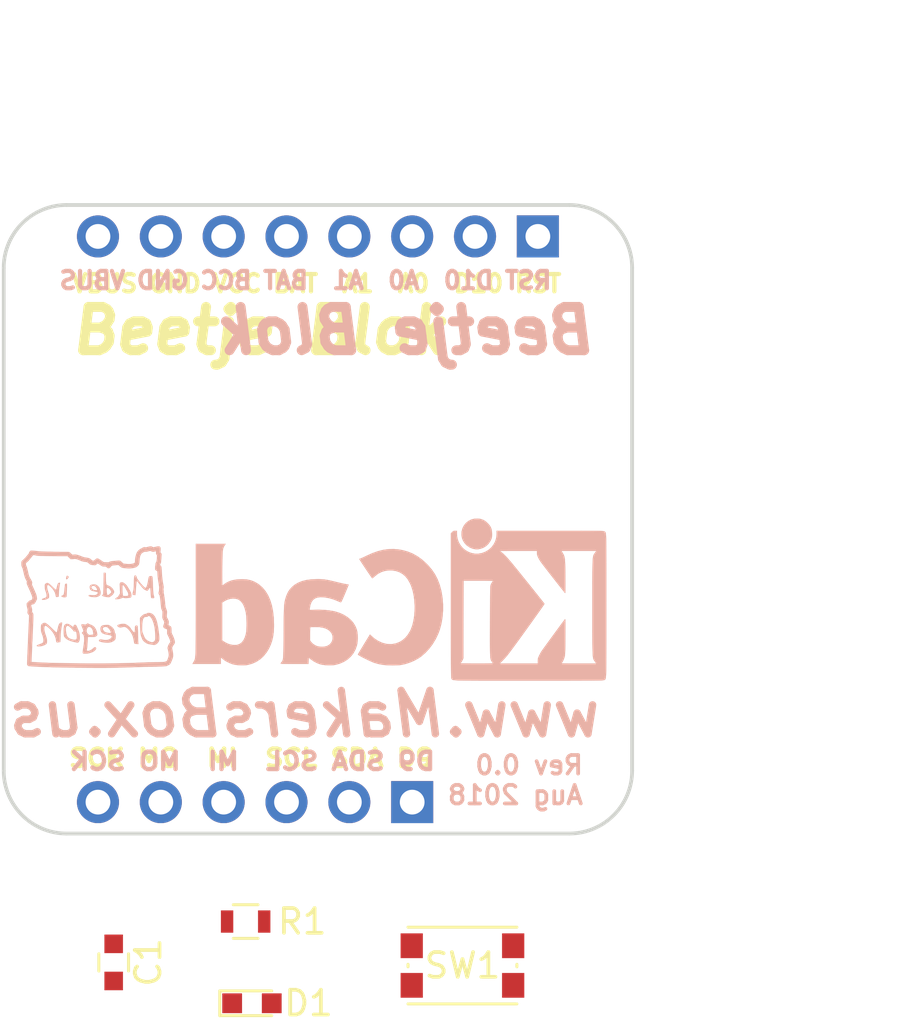
<source format=kicad_pcb>
(kicad_pcb (version 4) (host pcbnew 4.0.7)

  (general
    (links 7)
    (no_connects 7)
    (area 123.114999 92.634999 148.665001 118.185001)
    (thickness 1.6)
    (drawings 18)
    (tracks 0)
    (zones 0)
    (modules 8)
    (nets 18)
  )

  (page A)
  (title_block
    (title "Beetje 32U4 Blok")
    (date 2018-08-10)
    (rev 0.0)
    (company www.MakersBox.us)
    (comment 1 648.ken@gmail.com)
  )

  (layers
    (0 F.Cu signal)
    (31 B.Cu signal)
    (32 B.Adhes user)
    (33 F.Adhes user)
    (34 B.Paste user)
    (35 F.Paste user)
    (36 B.SilkS user)
    (37 F.SilkS user)
    (38 B.Mask user)
    (39 F.Mask user)
    (40 Dwgs.User user)
    (41 Cmts.User user)
    (42 Eco1.User user)
    (43 Eco2.User user)
    (44 Edge.Cuts user)
    (45 Margin user)
    (46 B.CrtYd user)
    (47 F.CrtYd user)
    (48 B.Fab user)
    (49 F.Fab user hide)
  )

  (setup
    (last_trace_width 0.25)
    (user_trace_width 0.3048)
    (user_trace_width 0.4064)
    (user_trace_width 0.6096)
    (trace_clearance 0.2)
    (zone_clearance 0.35)
    (zone_45_only no)
    (trace_min 0.2)
    (segment_width 0.2)
    (edge_width 0.15)
    (via_size 0.6)
    (via_drill 0.4)
    (via_min_size 0.4)
    (via_min_drill 0.3)
    (uvia_size 0.3)
    (uvia_drill 0.1)
    (uvias_allowed no)
    (uvia_min_size 0.2)
    (uvia_min_drill 0.1)
    (pcb_text_width 0.3)
    (pcb_text_size 1.5 1.5)
    (mod_edge_width 0.15)
    (mod_text_size 1 1)
    (mod_text_width 0.15)
    (pad_size 0.75 0.75)
    (pad_drill 0)
    (pad_to_mask_clearance 0)
    (aux_axis_origin 0 0)
    (visible_elements 7FFFFFFF)
    (pcbplotparams
      (layerselection 0x00030_80000001)
      (usegerberextensions false)
      (excludeedgelayer true)
      (linewidth 0.100000)
      (plotframeref false)
      (viasonmask false)
      (mode 1)
      (useauxorigin false)
      (hpglpennumber 1)
      (hpglpenspeed 20)
      (hpglpendiameter 15)
      (hpglpenoverlay 2)
      (psnegative false)
      (psa4output false)
      (plotreference true)
      (plotvalue true)
      (plotinvisibletext false)
      (padsonsilk false)
      (subtractmaskfromsilk false)
      (outputformat 1)
      (mirror false)
      (drillshape 1)
      (scaleselection 1)
      (outputdirectory ""))
  )

  (net 0 "")
  (net 1 GND)
  (net 2 VBUS)
  (net 3 +BATT)
  (net 4 /D10)
  (net 5 /D9)
  (net 6 /SCL)
  (net 7 /SDA)
  (net 8 /A0)
  (net 9 /A1)
  (net 10 /SCK)
  (net 11 /MOSI)
  (net 12 /MISO)
  (net 13 /~RESET)
  (net 14 VCC)
  (net 15 "Net-(D1-Pad1)")
  (net 16 "Net-(D1-Pad2)")
  (net 17 "Net-(SW1-Pad1)")

  (net_class Default "This is the default net class."
    (clearance 0.2)
    (trace_width 0.25)
    (via_dia 0.6)
    (via_drill 0.4)
    (uvia_dia 0.3)
    (uvia_drill 0.1)
    (add_net +BATT)
    (add_net /A0)
    (add_net /A1)
    (add_net /D10)
    (add_net /D9)
    (add_net /MISO)
    (add_net /MOSI)
    (add_net /SCK)
    (add_net /SCL)
    (add_net /SDA)
    (add_net /~RESET)
    (add_net GND)
    (add_net "Net-(D1-Pad1)")
    (add_net "Net-(D1-Pad2)")
    (add_net "Net-(SW1-Pad1)")
    (add_net VBUS)
    (add_net VCC)
  )

  (module footprints:KiCad-Logo2_8mm_SilkScreen (layer B.Cu) (tedit 5B7EDC3C) (tstamp 5B773E92)
    (at 139.192 109.347 180)
    (descr "KiCad Logo")
    (tags "Logo KiCad")
    (attr virtual)
    (fp_text reference REF*** (at 0 0 180) (layer B.SilkS) hide
      (effects (font (size 1 1) (thickness 0.15)) (justify mirror))
    )
    (fp_text value KiCad-Logo2_8mm_SilkScreen (at 0.75 0 180) (layer B.Fab) hide
      (effects (font (size 0.5 0.5) (thickness 0.125)) (justify mirror))
    )
    (fp_poly (pts (xy -3.922722 3.342976) (xy -3.908256 3.191281) (xy -3.866163 3.047997) (xy -3.798393 2.916193)
      (xy -3.706899 2.798942) (xy -3.593635 2.699313) (xy -3.46451 2.622271) (xy -3.323028 2.569521)
      (xy -3.180554 2.544799) (xy -3.039896 2.546316) (xy -2.903864 2.572283) (xy -2.775267 2.62091)
      (xy -2.656914 2.690407) (xy -2.551614 2.778986) (xy -2.462177 2.884857) (xy -2.391412 3.00623)
      (xy -2.342129 3.141317) (xy -2.317135 3.288326) (xy -2.314556 3.354756) (xy -2.314556 3.471835)
      (xy -2.24542 3.471835) (xy -2.197081 3.468047) (xy -2.161271 3.452338) (xy -2.125183 3.420734)
      (xy -2.074083 3.369633) (xy -2.074083 0.451862) (xy -2.074095 0.102862) (xy -2.074138 -0.217332)
      (xy -2.074223 -0.509974) (xy -2.074361 -0.776318) (xy -2.074562 -1.017617) (xy -2.074838 -1.235125)
      (xy -2.0752 -1.430095) (xy -2.075658 -1.60378) (xy -2.076223 -1.757435) (xy -2.076906 -1.892313)
      (xy -2.077717 -2.009668) (xy -2.078669 -2.110753) (xy -2.079771 -2.196821) (xy -2.081035 -2.269127)
      (xy -2.08247 -2.328923) (xy -2.084089 -2.377464) (xy -2.085902 -2.416003) (xy -2.08792 -2.445793)
      (xy -2.090154 -2.468089) (xy -2.092614 -2.484143) (xy -2.095312 -2.49521) (xy -2.098258 -2.502542)
      (xy -2.099699 -2.505005) (xy -2.105241 -2.51434) (xy -2.109947 -2.522923) (xy -2.115045 -2.530784)
      (xy -2.121765 -2.537955) (xy -2.131336 -2.544467) (xy -2.144986 -2.550353) (xy -2.163945 -2.555642)
      (xy -2.189442 -2.560368) (xy -2.222705 -2.56456) (xy -2.264964 -2.568251) (xy -2.317448 -2.571472)
      (xy -2.381386 -2.574254) (xy -2.458007 -2.57663) (xy -2.54854 -2.578629) (xy -2.654214 -2.580284)
      (xy -2.776258 -2.581627) (xy -2.915901 -2.582687) (xy -3.074372 -2.583498) (xy -3.2529 -2.58409)
      (xy -3.452715 -2.584495) (xy -3.675045 -2.584744) (xy -3.921119 -2.584869) (xy -4.192166 -2.584901)
      (xy -4.489416 -2.584871) (xy -4.814097 -2.584811) (xy -5.167438 -2.584752) (xy -5.218541 -2.584746)
      (xy -5.573985 -2.584689) (xy -5.900594 -2.584595) (xy -6.199592 -2.584455) (xy -6.472204 -2.584259)
      (xy -6.719653 -2.583997) (xy -6.943164 -2.58366) (xy -7.14396 -2.583239) (xy -7.323266 -2.582723)
      (xy -7.482307 -2.582104) (xy -7.622306 -2.581371) (xy -7.744487 -2.580515) (xy -7.850075 -2.579526)
      (xy -7.940293 -2.578394) (xy -8.016366 -2.577111) (xy -8.079519 -2.575666) (xy -8.130975 -2.574049)
      (xy -8.171958 -2.572252) (xy -8.203692 -2.570265) (xy -8.227402 -2.568077) (xy -8.244312 -2.565679)
      (xy -8.255646 -2.563063) (xy -8.261448 -2.560841) (xy -8.272714 -2.556088) (xy -8.283058 -2.552578)
      (xy -8.292517 -2.549068) (xy -8.301132 -2.544313) (xy -8.308942 -2.537069) (xy -8.315985 -2.526091)
      (xy -8.322302 -2.510135) (xy -8.327931 -2.487955) (xy -8.332912 -2.458309) (xy -8.337284 -2.419951)
      (xy -8.341086 -2.371637) (xy -8.344358 -2.312122) (xy -8.347139 -2.240163) (xy -8.349467 -2.154513)
      (xy -8.351383 -2.053931) (xy -8.352925 -1.937169) (xy -8.354134 -1.802985) (xy -8.355047 -1.650134)
      (xy -8.355705 -1.477371) (xy -8.356146 -1.283452) (xy -8.356411 -1.067133) (xy -8.356536 -0.827168)
      (xy -8.356564 -0.562314) (xy -8.356533 -0.271326) (xy -8.356481 0.04704) (xy -8.356449 0.39403)
      (xy -8.356449 0.450148) (xy -8.356467 0.800159) (xy -8.356501 1.121364) (xy -8.356515 1.415017)
      (xy -8.356476 1.682372) (xy -8.356351 1.924683) (xy -8.356103 2.143203) (xy -8.3557 2.339187)
      (xy -8.355107 2.513887) (xy -8.354335 2.660237) (xy -7.951149 2.660237) (xy -7.898174 2.583225)
      (xy -7.883302 2.562232) (xy -7.869895 2.543644) (xy -7.857876 2.52588) (xy -7.84717 2.507362)
      (xy -7.837703 2.486509) (xy -7.829397 2.461743) (xy -7.822178 2.431483) (xy -7.815969 2.39415)
      (xy -7.810696 2.348165) (xy -7.806282 2.291948) (xy -7.802652 2.22392) (xy -7.79973 2.1425)
      (xy -7.797441 2.04611) (xy -7.795709 1.93317) (xy -7.794458 1.802101) (xy -7.793614 1.651322)
      (xy -7.793099 1.479254) (xy -7.792839 1.284319) (xy -7.792757 1.064935) (xy -7.792779 0.819524)
      (xy -7.792828 0.546506) (xy -7.79284 0.383255) (xy -7.792808 0.094417) (xy -7.792763 -0.165943)
      (xy -7.792779 -0.399406) (xy -7.792931 -0.607554) (xy -7.793294 -0.791969) (xy -7.793943 -0.954231)
      (xy -7.794953 -1.095922) (xy -7.796399 -1.218624) (xy -7.798355 -1.323917) (xy -7.800896 -1.413383)
      (xy -7.804097 -1.488603) (xy -7.808033 -1.551159) (xy -7.81278 -1.602632) (xy -7.81841 -1.644603)
      (xy -7.825001 -1.678653) (xy -7.832626 -1.706365) (xy -7.84136 -1.729318) (xy -7.851279 -1.749096)
      (xy -7.862456 -1.767278) (xy -7.874967 -1.785446) (xy -7.888888 -1.805182) (xy -7.896997 -1.817019)
      (xy -7.948618 -1.893728) (xy -7.240914 -1.893728) (xy -7.076826 -1.893681) (xy -6.940367 -1.893481)
      (xy -6.829109 -1.893033) (xy -6.740621 -1.892244) (xy -6.672476 -1.89102) (xy -6.622243 -1.889269)
      (xy -6.587493 -1.886897) (xy -6.565798 -1.88381) (xy -6.554727 -1.879916) (xy -6.551851 -1.87512)
      (xy -6.554741 -1.86933) (xy -6.556333 -1.867426) (xy -6.589817 -1.81807) (xy -6.624296 -1.747773)
      (xy -6.655729 -1.665227) (xy -6.666738 -1.630061) (xy -6.672884 -1.606175) (xy -6.678078 -1.578135)
      (xy -6.68243 -1.543165) (xy -6.686048 -1.498489) (xy -6.689043 -1.441329) (xy -6.691523 -1.36891)
      (xy -6.693598 -1.278455) (xy -6.695377 -1.167188) (xy -6.69697 -1.032331) (xy -6.698486 -0.871109)
      (xy -6.698988 -0.811597) (xy -6.700342 -0.644976) (xy -6.701352 -0.506026) (xy -6.701941 -0.392361)
      (xy -6.702031 -0.301596) (xy -6.701544 -0.231344) (xy -6.700403 -0.179219) (xy -6.69853 -0.142834)
      (xy -6.695847 -0.119804) (xy -6.692276 -0.107742) (xy -6.687739 -0.104261) (xy -6.682159 -0.106976)
      (xy -6.676203 -0.112722) (xy -6.662417 -0.129943) (xy -6.63305 -0.168651) (xy -6.590179 -0.22601)
      (xy -6.535882 -0.299181) (xy -6.472237 -0.385326) (xy -6.401323 -0.481609) (xy -6.325216 -0.585192)
      (xy -6.245995 -0.693237) (xy -6.165738 -0.802907) (xy -6.086522 -0.911364) (xy -6.010426 -1.01577)
      (xy -5.939527 -1.113289) (xy -5.875903 -1.201083) (xy -5.821633 -1.276314) (xy -5.778793 -1.336144)
      (xy -5.749462 -1.377737) (xy -5.74338 -1.386567) (xy -5.712864 -1.435698) (xy -5.677172 -1.49959)
      (xy -5.643357 -1.565542) (xy -5.639069 -1.574437) (xy -5.610208 -1.638602) (xy -5.593452 -1.68861)
      (xy -5.585823 -1.736307) (xy -5.584334 -1.792278) (xy -5.585178 -1.893728) (xy -4.048204 -1.893728)
      (xy -4.169575 -1.768938) (xy -4.231879 -1.70251) (xy -4.29883 -1.627316) (xy -4.360132 -1.555063)
      (xy -4.387325 -1.52131) (xy -4.427849 -1.468661) (xy -4.481176 -1.397817) (xy -4.545747 -1.310947)
      (xy -4.620001 -1.210222) (xy -4.702381 -1.097809) (xy -4.791326 -0.975879) (xy -4.885278 -0.846602)
      (xy -4.982678 -0.712146) (xy -5.081965 -0.574681) (xy -5.181581 -0.436377) (xy -5.279967 -0.299403)
      (xy -5.375564 -0.165929) (xy -5.466812 -0.038124) (xy -5.552152 0.081843) (xy -5.630025 0.191801)
      (xy -5.698871 0.289582) (xy -5.757132 0.373016) (xy -5.803249 0.439934) (xy -5.835661 0.488166)
      (xy -5.85281 0.515542) (xy -5.85515 0.521004) (xy -5.844554 0.536083) (xy -5.816868 0.57227)
      (xy -5.773909 0.627299) (xy -5.71749 0.698907) (xy -5.649426 0.784829) (xy -5.571533 0.882802)
      (xy -5.485625 0.990562) (xy -5.393517 1.105845) (xy -5.297023 1.226386) (xy -5.197959 1.349921)
      (xy -5.118438 1.448918) (xy -3.772426 1.448918) (xy -3.764558 1.431667) (xy -3.74548 1.402045)
      (xy -3.744086 1.400072) (xy -3.719073 1.359927) (xy -3.692916 1.310891) (xy -3.687725 1.300059)
      (xy -3.683017 1.288837) (xy -3.678857 1.275366) (xy -3.675203 1.25779) (xy -3.672015 1.234255)
      (xy -3.669255 1.202906) (xy -3.666881 1.161888) (xy -3.664853 1.109348) (xy -3.663132 1.043429)
      (xy -3.661676 0.962277) (xy -3.660447 0.864038) (xy -3.659404 0.746857) (xy -3.658506 0.608879)
      (xy -3.657714 0.448249) (xy -3.656988 0.263112) (xy -3.656287 0.051614) (xy -3.655577 -0.186509)
      (xy -3.65486 -0.432967) (xy -3.654282 -0.651229) (xy -3.653931 -0.843155) (xy -3.653898 -1.010607)
      (xy -3.654272 -1.155449) (xy -3.655143 -1.27954) (xy -3.656601 -1.384744) (xy -3.658736 -1.472922)
      (xy -3.661637 -1.545936) (xy -3.665394 -1.605648) (xy -3.670097 -1.65392) (xy -3.675835 -1.692614)
      (xy -3.682699 -1.723591) (xy -3.690778 -1.748714) (xy -3.700162 -1.769845) (xy -3.71094 -1.788845)
      (xy -3.723203 -1.807576) (xy -3.73452 -1.824175) (xy -3.757334 -1.859182) (xy -3.770843 -1.882593)
      (xy -3.772426 -1.88688) (xy -3.757905 -1.888314) (xy -3.716375 -1.889646) (xy -3.650889 -1.890845)
      (xy -3.564495 -1.891877) (xy -3.460246 -1.892712) (xy -3.341192 -1.893317) (xy -3.210384 -1.89366)
      (xy -3.118639 -1.893728) (xy -2.978855 -1.893434) (xy -2.849924 -1.892593) (xy -2.734758 -1.891263)
      (xy -2.63627 -1.889503) (xy -2.557376 -1.887372) (xy -2.500988 -1.884928) (xy -2.47002 -1.882231)
      (xy -2.464852 -1.880538) (xy -2.4751 -1.860697) (xy -2.485749 -1.850006) (xy -2.503286 -1.827204)
      (xy -2.526237 -1.786929) (xy -2.54211 -1.754231) (xy -2.577574 -1.675799) (xy -2.581668 -0.108964)
      (xy -2.585762 1.45787) (xy -3.179094 1.45787) (xy -3.309323 1.457651) (xy -3.42967 1.457027)
      (xy -3.536932 1.456047) (xy -3.627907 1.454757) (xy -3.699393 1.453208) (xy -3.748186 1.451446)
      (xy -3.771085 1.449521) (xy -3.772426 1.448918) (xy -5.118438 1.448918) (xy -5.09814 1.474187)
      (xy -4.99938 1.596919) (xy -4.903493 1.715853) (xy -4.812296 1.828726) (xy -4.727602 1.933272)
      (xy -4.651227 2.027229) (xy -4.584984 2.108332) (xy -4.53069 2.174316) (xy -4.507838 2.201835)
      (xy -4.392952 2.335851) (xy -4.290971 2.446697) (xy -4.199355 2.536991) (xy -4.115566 2.609349)
      (xy -4.103077 2.619158) (xy -4.050473 2.659904) (xy -4.803864 2.66007) (xy -5.557254 2.660237)
      (xy -5.550213 2.596361) (xy -5.55461 2.520016) (xy -5.583276 2.429118) (xy -5.636496 2.322943)
      (xy -5.696817 2.226708) (xy -5.718409 2.196559) (xy -5.755758 2.146559) (xy -5.806637 2.079558)
      (xy -5.86882 1.998409) (xy -5.940081 1.905962) (xy -6.018192 1.805067) (xy -6.100928 1.698577)
      (xy -6.186063 1.589342) (xy -6.271369 1.480213) (xy -6.354621 1.374041) (xy -6.433592 1.273677)
      (xy -6.506055 1.181973) (xy -6.569785 1.101779) (xy -6.622555 1.035946) (xy -6.662138 0.987326)
      (xy -6.686309 0.95877) (xy -6.690381 0.954379) (xy -6.694188 0.965038) (xy -6.697135 1.00537)
      (xy -6.699217 1.075) (xy -6.700429 1.173553) (xy -6.700766 1.300656) (xy -6.700223 1.455932)
      (xy -6.699013 1.615681) (xy -6.697253 1.791569) (xy -6.695223 1.940333) (xy -6.692593 2.064908)
      (xy -6.689031 2.168229) (xy -6.684206 2.253231) (xy -6.677787 2.322848) (xy -6.669444 2.380016)
      (xy -6.658844 2.427669) (xy -6.645657 2.468743) (xy -6.629552 2.506173) (xy -6.610197 2.542893)
      (xy -6.59065 2.576229) (xy -6.540063 2.660237) (xy -7.951149 2.660237) (xy -8.354335 2.660237)
      (xy -8.354291 2.668558) (xy -8.353218 2.804453) (xy -8.351853 2.922826) (xy -8.350162 3.024931)
      (xy -8.348112 3.112021) (xy -8.345668 3.18535) (xy -8.342796 3.246171) (xy -8.339462 3.29574)
      (xy -8.335633 3.335308) (xy -8.331274 3.36613) (xy -8.326351 3.38946) (xy -8.32083 3.406552)
      (xy -8.314678 3.418658) (xy -8.307859 3.427033) (xy -8.30034 3.43293) (xy -8.292087 3.437604)
      (xy -8.283067 3.442307) (xy -8.275084 3.447058) (xy -8.268117 3.450488) (xy -8.257232 3.453588)
      (xy -8.240972 3.456375) (xy -8.217879 3.458866) (xy -8.186497 3.461077) (xy -8.145368 3.463024)
      (xy -8.093034 3.464724) (xy -8.028039 3.466193) (xy -7.948925 3.467448) (xy -7.854236 3.468506)
      (xy -7.742512 3.469382) (xy -7.612299 3.470093) (xy -7.462137 3.470655) (xy -7.29057 3.471086)
      (xy -7.096141 3.471401) (xy -6.877392 3.471617) (xy -6.632866 3.47175) (xy -6.361105 3.471817)
      (xy -6.079996 3.471835) (xy -3.922722 3.471835) (xy -3.922722 3.342976)) (layer B.SilkS) (width 0.01))
    (fp_poly (pts (xy 0.437258 2.730527) (xy 0.650464 2.702337) (xy 0.868727 2.648897) (xy 1.094796 2.569675)
      (xy 1.331418 2.464144) (xy 1.34642 2.456762) (xy 1.423232 2.41945) (xy 1.49186 2.387395)
      (xy 1.547297 2.362834) (xy 1.584536 2.348008) (xy 1.597278 2.344616) (xy 1.622863 2.337949)
      (xy 1.629003 2.332349) (xy 1.622208 2.318459) (xy 1.600853 2.28346) (xy 1.567396 2.23102)
      (xy 1.524294 2.164806) (xy 1.474008 2.088486) (xy 1.418995 2.005727) (xy 1.361714 1.920199)
      (xy 1.304623 1.835567) (xy 1.250183 1.7555) (xy 1.20085 1.683666) (xy 1.159083 1.623732)
      (xy 1.127342 1.579365) (xy 1.108085 1.554235) (xy 1.105442 1.55132) (xy 1.091971 1.557509)
      (xy 1.062227 1.580377) (xy 1.021527 1.615686) (xy 1.000566 1.63496) (xy 0.872104 1.735186)
      (xy 0.730034 1.808998) (xy 0.576256 1.85573) (xy 0.412672 1.874716) (xy 0.320275 1.873157)
      (xy 0.158995 1.85031) (xy 0.013587 1.802538) (xy -0.116384 1.729492) (xy -0.231353 1.630824)
      (xy -0.331754 1.506185) (xy -0.418022 1.355224) (xy -0.467839 1.239941) (xy -0.526222 1.059276)
      (xy -0.569252 0.862922) (xy -0.59704 0.655943) (xy -0.609695 0.443402) (xy -0.60733 0.230362)
      (xy -0.590055 0.021887) (xy -0.557981 -0.176961) (xy -0.511218 -0.361118) (xy -0.449877 -0.52552)
      (xy -0.4282 -0.571124) (xy -0.33734 -0.723014) (xy -0.230219 -0.851481) (xy -0.108412 -0.955478)
      (xy 0.02651 -1.033958) (xy 0.172971 -1.085874) (xy 0.3294 -1.110179) (xy 0.384608 -1.111967)
      (xy 0.546446 -1.097428) (xy 0.706791 -1.053737) (xy 0.86361 -0.981798) (xy 1.014867 -0.882512)
      (xy 1.136564 -0.778232) (xy 1.198512 -0.718945) (xy 1.439845 -1.114709) (xy 1.499886 -1.213446)
      (xy 1.554789 -1.304262) (xy 1.602606 -1.383895) (xy 1.641391 -1.44908) (xy 1.669194 -1.496554)
      (xy 1.68407 -1.523055) (xy 1.686003 -1.527175) (xy 1.675047 -1.540009) (xy 1.640993 -1.563016)
      (xy 1.588145 -1.594015) (xy 1.520811 -1.630829) (xy 1.443294 -1.671278) (xy 1.359902 -1.713182)
      (xy 1.27494 -1.754363) (xy 1.192714 -1.792642) (xy 1.117529 -1.825838) (xy 1.053691 -1.851775)
      (xy 1.022467 -1.862997) (xy 0.844377 -1.913342) (xy 0.660791 -1.94663) (xy 0.464142 -1.963943)
      (xy 0.295341 -1.967043) (xy 0.204867 -1.965585) (xy 0.117529 -1.962792) (xy 0.041068 -1.959009)
      (xy -0.01677 -1.954578) (xy -0.035549 -1.952337) (xy -0.220628 -1.913947) (xy -0.409051 -1.853877)
      (xy -0.59209 -1.775702) (xy -0.761013 -1.683) (xy -0.864201 -1.612864) (xy -1.033826 -1.468809)
      (xy -1.19133 -1.300302) (xy -1.333795 -1.111508) (xy -1.458303 -0.906591) (xy -1.561938 -0.689715)
      (xy -1.620324 -0.53355) (xy -1.687222 -0.289076) (xy -1.731821 -0.030064) (xy -1.754135 0.237881)
      (xy -1.754179 0.509155) (xy -1.731966 0.778153) (xy -1.687509 1.039271) (xy -1.620824 1.286905)
      (xy -1.615743 1.302334) (xy -1.532022 1.518085) (xy -1.429844 1.715017) (xy -1.305742 1.898701)
      (xy -1.15625 2.074712) (xy -1.09785 2.134973) (xy -0.916596 2.299984) (xy -0.730263 2.436505)
      (xy -0.535991 2.546021) (xy -0.330921 2.630019) (xy -0.11219 2.689985) (xy 0.01503 2.71327)
      (xy 0.226363 2.733995) (xy 0.437258 2.730527)) (layer B.SilkS) (width 0.01))
    (fp_poly (pts (xy 3.559492 1.509029) (xy 3.76175 1.482382) (xy 3.941836 1.437602) (xy 4.100911 1.374331)
      (xy 4.240138 1.292213) (xy 4.343465 1.207591) (xy 4.435116 1.108892) (xy 4.506666 1.002687)
      (xy 4.563786 0.879908) (xy 4.584388 0.822567) (xy 4.601508 0.770669) (xy 4.616422 0.722545)
      (xy 4.629302 0.675754) (xy 4.64032 0.627856) (xy 4.64965 0.576413) (xy 4.657463 0.518984)
      (xy 4.663932 0.45313) (xy 4.66923 0.376411) (xy 4.67353 0.286388) (xy 4.677003 0.18062)
      (xy 4.679823 0.056669) (xy 4.682162 -0.087906) (xy 4.684193 -0.255544) (xy 4.686088 -0.448685)
      (xy 4.687755 -0.638757) (xy 4.689521 -0.846703) (xy 4.691126 -1.026797) (xy 4.692737 -1.181244)
      (xy 4.69452 -1.312249) (xy 4.696643 -1.422017) (xy 4.699272 -1.512753) (xy 4.702576 -1.586662)
      (xy 4.706719 -1.64595) (xy 4.71187 -1.692822) (xy 4.718196 -1.729483) (xy 4.725863 -1.758137)
      (xy 4.735038 -1.78099) (xy 4.745888 -1.800248) (xy 4.758581 -1.818115) (xy 4.773283 -1.836796)
      (xy 4.779009 -1.844029) (xy 4.80007 -1.874436) (xy 4.809438 -1.895142) (xy 4.809468 -1.895754)
      (xy 4.794986 -1.898682) (xy 4.753733 -1.901378) (xy 4.688997 -1.903769) (xy 4.604064 -1.905778)
      (xy 4.502223 -1.907329) (xy 4.38676 -1.908346) (xy 4.260964 -1.908753) (xy 4.246443 -1.908757)
      (xy 3.683419 -1.908757) (xy 3.679076 -1.780858) (xy 3.674734 -1.652958) (xy 3.592071 -1.720841)
      (xy 3.46249 -1.810726) (xy 3.316172 -1.883541) (xy 3.201056 -1.923787) (xy 3.109098 -1.943342)
      (xy 2.998126 -1.956647) (xy 2.878615 -1.963285) (xy 2.761037 -1.962843) (xy 2.655867 -1.954905)
      (xy 2.607633 -1.947298) (xy 2.421218 -1.89689) (xy 2.2529 -1.823874) (xy 2.103896 -1.729337)
      (xy 1.975424 -1.614365) (xy 1.868699 -1.480046) (xy 1.78494 -1.327467) (xy 1.72586 -1.159594)
      (xy 1.709438 -1.084261) (xy 1.699307 -1.001451) (xy 1.694476 -0.901815) (xy 1.693817 -0.856686)
      (xy 1.693904 -0.852446) (xy 2.705656 -0.852446) (xy 2.718029 -0.952367) (xy 2.755556 -1.037343)
      (xy 2.820085 -1.111417) (xy 2.826818 -1.117292) (xy 2.891115 -1.163659) (xy 2.959958 -1.193724)
      (xy 3.040814 -1.209595) (xy 3.141149 -1.21338) (xy 3.165257 -1.21284) (xy 3.236909 -1.209309)
      (xy 3.290203 -1.202098) (xy 3.336823 -1.188566) (xy 3.388452 -1.166072) (xy 3.40262 -1.159178)
      (xy 3.483368 -1.111478) (xy 3.545701 -1.054719) (xy 3.562659 -1.034431) (xy 3.62213 -0.959194)
      (xy 3.62213 -0.698413) (xy 3.621417 -0.593706) (xy 3.619167 -0.516552) (xy 3.615215 -0.464478)
      (xy 3.609396 -0.435009) (xy 3.603958 -0.4264) (xy 3.582755 -0.422188) (xy 3.537778 -0.418697)
      (xy 3.475305 -0.416256) (xy 3.401619 -0.415194) (xy 3.389786 -0.415174) (xy 3.22899 -0.422169)
      (xy 3.092299 -0.443693) (xy 2.977065 -0.480569) (xy 2.880641 -0.53362) (xy 2.807509 -0.596127)
      (xy 2.748201 -0.673195) (xy 2.715285 -0.757135) (xy 2.705656 -0.852446) (xy 1.693904 -0.852446)
      (xy 1.696391 -0.731864) (xy 1.707501 -0.626821) (xy 1.729129 -0.531998) (xy 1.763261 -0.437837)
      (xy 1.795209 -0.368111) (xy 1.873252 -0.241236) (xy 1.977227 -0.124042) (xy 2.10397 -0.018662)
      (xy 2.250318 0.072772) (xy 2.413106 0.148126) (xy 2.589171 0.205268) (xy 2.675266 0.225158)
      (xy 2.856574 0.254587) (xy 3.054208 0.274003) (xy 3.25585 0.282498) (xy 3.424346 0.280325)
      (xy 3.639875 0.2713) (xy 3.629997 0.349822) (xy 3.604311 0.48183) (xy 3.562861 0.589298)
      (xy 3.504501 0.673048) (xy 3.428083 0.733905) (xy 3.332461 0.772692) (xy 3.21649 0.790234)
      (xy 3.079021 0.787353) (xy 3.028462 0.782026) (xy 2.840486 0.748518) (xy 2.658338 0.693887)
      (xy 2.532485 0.643294) (xy 2.472361 0.617499) (xy 2.421194 0.596769) (xy 2.386111 0.583929)
      (xy 2.375875 0.581203) (xy 2.362902 0.59329) (xy 2.340643 0.631858) (xy 2.30889 0.697345)
      (xy 2.267432 0.790184) (xy 2.216061 0.910813) (xy 2.207277 0.931835) (xy 2.167261 1.028115)
      (xy 2.131341 1.115115) (xy 2.101069 1.189031) (xy 2.077996 1.246059) (xy 2.063674 1.282393)
      (xy 2.059538 1.294161) (xy 2.07285 1.300491) (xy 2.107833 1.307517) (xy 2.145474 1.312415)
      (xy 2.185623 1.318748) (xy 2.249246 1.331323) (xy 2.330697 1.348908) (xy 2.424336 1.37027)
      (xy 2.52452 1.394175) (xy 2.562545 1.403525) (xy 2.702419 1.437592) (xy 2.819131 1.464302)
      (xy 2.918435 1.484509) (xy 3.006085 1.499066) (xy 3.087836 1.508827) (xy 3.169441 1.514644)
      (xy 3.256656 1.51737) (xy 3.333898 1.5179) (xy 3.559492 1.509029)) (layer B.SilkS) (width 0.01))
    (fp_poly (pts (xy 8.236474 0.702633) (xy 8.2365 0.390539) (xy 8.236535 0.107038) (xy 8.236631 -0.149336)
      (xy 8.236841 -0.380048) (xy 8.237216 -0.586565) (xy 8.237809 -0.770351) (xy 8.23867 -0.932874)
      (xy 8.239853 -1.075598) (xy 8.241408 -1.19999) (xy 8.243389 -1.307515) (xy 8.245846 -1.39964)
      (xy 8.248833 -1.47783) (xy 8.2524 -1.543551) (xy 8.256599 -1.598269) (xy 8.261484 -1.643449)
      (xy 8.267104 -1.680558) (xy 8.273513 -1.711062) (xy 8.280763 -1.736426) (xy 8.288905 -1.758115)
      (xy 8.29799 -1.777597) (xy 8.308073 -1.796337) (xy 8.319203 -1.8158) (xy 8.326117 -1.827924)
      (xy 8.371736 -1.908757) (xy 7.229231 -1.908757) (xy 7.229231 -1.781006) (xy 7.228257 -1.723273)
      (xy 7.225658 -1.679119) (xy 7.221918 -1.655446) (xy 7.220265 -1.653254) (xy 7.205058 -1.662419)
      (xy 7.174817 -1.686175) (xy 7.144595 -1.711969) (xy 7.071924 -1.766201) (xy 6.979423 -1.820792)
      (xy 6.876839 -1.870725) (xy 6.773919 -1.910987) (xy 6.732843 -1.923833) (xy 6.641649 -1.943225)
      (xy 6.531343 -1.956487) (xy 6.412329 -1.963202) (xy 6.295005 -1.962953) (xy 6.189773 -1.955324)
      (xy 6.139586 -1.947592) (xy 5.95573 -1.896918) (xy 5.786245 -1.820067) (xy 5.632046 -1.717737)
      (xy 5.494044 -1.590628) (xy 5.373151 -1.43944) (xy 5.284214 -1.291927) (xy 5.211165 -1.136483)
      (xy 5.155248 -0.977586) (xy 5.115311 -0.809843) (xy 5.090207 -0.627861) (xy 5.078786 -0.426245)
      (xy 5.077819 -0.323136) (xy 5.080607 -0.247545) (xy 6.18446 -0.247545) (xy 6.184737 -0.371452)
      (xy 6.188615 -0.488199) (xy 6.196154 -0.59082) (xy 6.207411 -0.672349) (xy 6.210851 -0.688779)
      (xy 6.253189 -0.831612) (xy 6.308652 -0.947473) (xy 6.377703 -1.036654) (xy 6.460804 -1.099444)
      (xy 6.558418 -1.136137) (xy 6.67101 -1.147021) (xy 6.799041 -1.13239) (xy 6.883551 -1.111458)
      (xy 6.948978 -1.087241) (xy 7.021043 -1.052828) (xy 7.075178 -1.021272) (xy 7.169113 -0.95954)
      (xy 7.169113 0.57178) (xy 7.079369 0.629784) (xy 6.974823 0.684267) (xy 6.862742 0.719749)
      (xy 6.749411 0.735624) (xy 6.641117 0.731288) (xy 6.544145 0.706135) (xy 6.501603 0.685407)
      (xy 6.424485 0.628162) (xy 6.359305 0.552578) (xy 6.304513 0.455892) (xy 6.258561 0.335342)
      (xy 6.219897 0.188167) (xy 6.218191 0.180355) (xy 6.20465 0.097473) (xy 6.194476 -0.006116)
      (xy 6.187726 -0.123444) (xy 6.18446 -0.247545) (xy 5.080607 -0.247545) (xy 5.088272 -0.039801)
      (xy 5.117488 0.220927) (xy 5.165396 0.458877) (xy 5.231928 0.673876) (xy 5.317015 0.86575)
      (xy 5.420587 1.034326) (xy 5.542575 1.179432) (xy 5.682911 1.300895) (xy 5.743041 1.342102)
      (xy 5.877441 1.416855) (xy 6.014957 1.469591) (xy 6.161524 1.501757) (xy 6.323073 1.514797)
      (xy 6.446231 1.513405) (xy 6.618848 1.498805) (xy 6.768751 1.469761) (xy 6.900278 1.424937)
      (xy 7.017765 1.363) (xy 7.082823 1.317451) (xy 7.12192 1.288275) (xy 7.150798 1.268344)
      (xy 7.161728 1.262485) (xy 7.163878 1.276903) (xy 7.165596 1.317713) (xy 7.1669 1.381253)
      (xy 7.167805 1.46386) (xy 7.168328 1.56187) (xy 7.168487 1.671621) (xy 7.168298 1.789449)
      (xy 7.167778 1.911693) (xy 7.166944 2.034687) (xy 7.165812 2.15477) (xy 7.164399 2.268279)
      (xy 7.162723 2.37155) (xy 7.1608 2.46092) (xy 7.158646 2.532727) (xy 7.15628 2.583307)
      (xy 7.155625 2.592604) (xy 7.145537 2.686353) (xy 7.130145 2.759776) (xy 7.106528 2.822511)
      (xy 7.071767 2.884198) (xy 7.063423 2.896953) (xy 7.030895 2.945799) (xy 8.236213 2.945799)
      (xy 8.236474 0.702633)) (layer B.SilkS) (width 0.01))
    (fp_poly (pts (xy -3.02624 3.958707) (xy -2.898063 3.926438) (xy -2.782789 3.869413) (xy -2.683189 3.789828)
      (xy -2.602035 3.689875) (xy -2.542098 3.571749) (xy -2.507134 3.443525) (xy -2.499344 3.314031)
      (xy -2.51912 3.189071) (xy -2.563988 3.072101) (xy -2.631472 2.966578) (xy -2.719098 2.875958)
      (xy -2.824393 2.803697) (xy -2.944882 2.753252) (xy -3.013135 2.736712) (xy -3.072378 2.726698)
      (xy -3.118046 2.722741) (xy -3.161928 2.72517) (xy -3.215814 2.734316) (xy -3.259877 2.743602)
      (xy -3.384248 2.785553) (xy -3.495647 2.853617) (xy -3.591565 2.945731) (xy -3.669496 3.05983)
      (xy -3.688067 3.096095) (xy -3.709951 3.144513) (xy -3.723675 3.185172) (xy -3.731085 3.227951)
      (xy -3.734027 3.282728) (xy -3.734397 3.344083) (xy -3.728957 3.456394) (xy -3.711096 3.548629)
      (xy -3.677559 3.629342) (xy -3.62509 3.707086) (xy -3.573769 3.766018) (xy -3.478054 3.853645)
      (xy -3.378078 3.914132) (xy -3.267907 3.950347) (xy -3.164549 3.964027) (xy -3.02624 3.958707)) (layer B.SilkS) (width 0.01))
  )

  (module footprints:MadeInOregonRev25 (layer F.Cu) (tedit 5B7EDC1C) (tstamp 5B7740E4)
    (at 127 108.966)
    (fp_text reference VAL (at 0 0) (layer F.SilkS) hide
      (effects (font (size 1.143 1.143) (thickness 0.1778)))
    )
    (fp_text value MadeInOregonRev25 (at 0 0) (layer F.SilkS) hide
      (effects (font (size 0.5 0.5) (thickness 0.125)))
    )
    (fp_poly (pts (xy -3.09626 -1.76022) (xy -3.09626 -1.72212) (xy -3.09372 -1.69672) (xy -3.09118 -1.67386)
      (xy -3.0861 -1.65608) (xy -3.07594 -1.63576) (xy -3.0734 -1.62814) (xy -3.0607 -1.6002)
      (xy -3.05054 -1.5748) (xy -3.04038 -1.54432) (xy -3.03022 -1.50876) (xy -3.02006 -1.46304)
      (xy -3.00736 -1.4097) (xy -3.00228 -1.39192) (xy -2.98704 -1.31826) (xy -2.96926 -1.2573)
      (xy -2.95402 -1.20396) (xy -2.9337 -1.15824) (xy -2.91338 -1.1176) (xy -2.91338 -1.74752)
      (xy -2.91338 -1.76276) (xy -2.91084 -1.77546) (xy -2.90322 -1.78816) (xy -2.89052 -1.8034)
      (xy -2.86766 -1.82118) (xy -2.8575 -1.83134) (xy -2.82956 -1.8542) (xy -2.80416 -1.8796)
      (xy -2.78638 -1.90246) (xy -2.77876 -1.91008) (xy -2.76606 -1.92786) (xy -2.74574 -1.95326)
      (xy -2.72034 -1.98374) (xy -2.69494 -2.01422) (xy -2.6924 -2.01676) (xy -2.66954 -2.0447)
      (xy -2.64922 -2.0701) (xy -2.63652 -2.08788) (xy -2.6289 -2.09804) (xy -2.6289 -2.10058)
      (xy -2.62382 -2.10566) (xy -2.60604 -2.10566) (xy -2.58064 -2.10566) (xy -2.55016 -2.10058)
      (xy -2.51968 -2.0955) (xy -2.50952 -2.09296) (xy -2.49682 -2.09042) (xy -2.48412 -2.08534)
      (xy -2.46888 -2.08534) (xy -2.4511 -2.0828) (xy -2.4257 -2.08026) (xy -2.39268 -2.07772)
      (xy -2.35458 -2.07772) (xy -2.30632 -2.07518) (xy -2.2479 -2.07518) (xy -2.17678 -2.07264)
      (xy -2.09296 -2.0701) (xy -2.03962 -2.0701) (xy -1.95326 -2.06756) (xy -1.8669 -2.06756)
      (xy -1.78054 -2.06502) (xy -1.69672 -2.06502) (xy -1.61798 -2.06248) (xy -1.54686 -2.06248)
      (xy -1.48336 -2.06248) (xy -1.4351 -2.06248) (xy -1.4224 -2.06248) (xy -1.22936 -2.06248)
      (xy -1.1684 -2.00152) (xy -1.10744 -1.9431) (xy -1.0668 -1.9431) (xy -1.03886 -1.9431)
      (xy -1.0033 -1.94564) (xy -0.97536 -1.95072) (xy -0.94234 -1.95326) (xy -0.91186 -1.95072)
      (xy -0.87884 -1.94564) (xy -0.8382 -1.93548) (xy -0.79248 -1.9177) (xy -0.7366 -1.89484)
      (xy -0.72136 -1.88976) (xy -0.67818 -1.86944) (xy -0.64516 -1.85674) (xy -0.61722 -1.84912)
      (xy -0.59182 -1.84404) (xy -0.56388 -1.83896) (xy -0.5461 -1.83642) (xy -0.50038 -1.83134)
      (xy -0.46482 -1.82626) (xy -0.43688 -1.81864) (xy -0.41656 -1.80848) (xy -0.39624 -1.79578)
      (xy -0.37592 -1.77546) (xy -0.37338 -1.77292) (xy -0.35052 -1.7526) (xy -0.32512 -1.73482)
      (xy -0.30734 -1.72212) (xy -0.30734 -1.72212) (xy -0.28702 -1.71704) (xy -0.25654 -1.71196)
      (xy -0.22098 -1.70434) (xy -0.18288 -1.7018) (xy -0.14986 -1.69672) (xy -0.12446 -1.69672)
      (xy -0.10922 -1.69926) (xy -0.09652 -1.70688) (xy -0.07366 -1.71958) (xy -0.05334 -1.73736)
      (xy -0.03048 -1.75768) (xy -0.01524 -1.7653) (xy -0.00508 -1.76784) (xy 0 -1.7653)
      (xy 0.01016 -1.75768) (xy 0.03048 -1.74498) (xy 0.05842 -1.7272) (xy 0.0889 -1.70688)
      (xy 0.09652 -1.7018) (xy 0.18288 -1.64846) (xy 0.25908 -1.64592) (xy 0.29464 -1.64338)
      (xy 0.3175 -1.64084) (xy 0.3302 -1.6383) (xy 0.34036 -1.63322) (xy 0.34544 -1.6256)
      (xy 0.34798 -1.62052) (xy 0.3683 -1.59766) (xy 0.39624 -1.58242) (xy 0.42672 -1.5748)
      (xy 0.4318 -1.5748) (xy 0.45974 -1.58242) (xy 0.48768 -1.6002) (xy 0.51562 -1.63068)
      (xy 0.52578 -1.64338) (xy 0.53848 -1.65608) (xy 0.5461 -1.66624) (xy 0.55626 -1.67386)
      (xy 0.56896 -1.68148) (xy 0.58928 -1.68402) (xy 0.61468 -1.6891) (xy 0.65278 -1.69418)
      (xy 0.70104 -1.69672) (xy 0.71628 -1.69926) (xy 0.8255 -1.70942) (xy 0.85598 -1.68148)
      (xy 0.89154 -1.64846) (xy 0.9271 -1.62306) (xy 0.95758 -1.60274) (xy 0.96774 -1.59766)
      (xy 0.9906 -1.59258) (xy 1.02362 -1.5875) (xy 1.0668 -1.58242) (xy 1.11252 -1.57734)
      (xy 1.16332 -1.57226) (xy 1.21158 -1.56972) (xy 1.2573 -1.56972) (xy 1.25984 -1.56972)
      (xy 1.3081 -1.56972) (xy 1.35128 -1.5748) (xy 1.39446 -1.57988) (xy 1.44272 -1.59004)
      (xy 1.48844 -1.6002) (xy 1.52146 -1.61036) (xy 1.54686 -1.62306) (xy 1.56972 -1.63576)
      (xy 1.59258 -1.65608) (xy 1.61798 -1.68148) (xy 1.63576 -1.7018) (xy 1.651 -1.72212)
      (xy 1.65862 -1.74498) (xy 1.66624 -1.77292) (xy 1.67386 -1.80848) (xy 1.6764 -1.85166)
      (xy 1.68148 -1.90246) (xy 1.6891 -1.9812) (xy 1.7018 -2.04978) (xy 1.72212 -2.10566)
      (xy 1.74752 -2.15138) (xy 1.75006 -2.15646) (xy 1.77546 -2.18186) (xy 1.81356 -2.2098)
      (xy 1.82626 -2.21742) (xy 1.8542 -2.23012) (xy 1.87706 -2.24028) (xy 1.89484 -2.24282)
      (xy 1.9177 -2.24282) (xy 1.92024 -2.24282) (xy 1.95834 -2.24282) (xy 2.00152 -2.25044)
      (xy 2.032 -2.25806) (xy 2.0701 -2.27076) (xy 2.09804 -2.27584) (xy 2.11582 -2.27838)
      (xy 2.13106 -2.2733) (xy 2.1463 -2.26822) (xy 2.15392 -2.26314) (xy 2.1844 -2.2479)
      (xy 2.22758 -2.24282) (xy 2.27584 -2.2479) (xy 2.29108 -2.25298) (xy 2.31394 -2.25806)
      (xy 2.33426 -2.26314) (xy 2.34188 -2.26314) (xy 2.34188 -2.25806) (xy 2.34442 -2.23774)
      (xy 2.34442 -2.21488) (xy 2.34442 -2.21234) (xy 2.34442 -2.1844) (xy 2.34696 -2.16408)
      (xy 2.35204 -2.1463) (xy 2.36474 -2.12852) (xy 2.3876 -2.0955) (xy 2.37998 -1.97612)
      (xy 2.37744 -1.9304) (xy 2.37236 -1.89738) (xy 2.36982 -1.87198) (xy 2.36474 -1.8542)
      (xy 2.35966 -1.83896) (xy 2.35204 -1.82372) (xy 2.34696 -1.8161) (xy 2.33172 -1.78562)
      (xy 2.3241 -1.75768) (xy 2.3241 -1.73736) (xy 2.32156 -1.70942) (xy 2.31902 -1.68656)
      (xy 2.31648 -1.67894) (xy 2.31394 -1.66116) (xy 2.30886 -1.63576) (xy 2.30886 -1.60274)
      (xy 2.30886 -1.59004) (xy 2.30886 -1.55702) (xy 2.30886 -1.5367) (xy 2.31394 -1.52146)
      (xy 2.32156 -1.5113) (xy 2.33172 -1.4986) (xy 2.33426 -1.49606) (xy 2.35458 -1.48082)
      (xy 2.3749 -1.4732) (xy 2.37744 -1.47066) (xy 2.3876 -1.47066) (xy 2.39268 -1.46558)
      (xy 2.39776 -1.45034) (xy 2.4003 -1.42494) (xy 2.40284 -1.39192) (xy 2.40538 -1.35382)
      (xy 2.40538 -1.33096) (xy 2.40792 -1.28778) (xy 2.413 -1.2319) (xy 2.42062 -1.16078)
      (xy 2.43332 -1.07442) (xy 2.4511 -0.97536) (xy 2.4511 -0.96774) (xy 2.45872 -0.92456)
      (xy 2.4638 -0.88392) (xy 2.46888 -0.85344) (xy 2.47142 -0.83058) (xy 2.47396 -0.82296)
      (xy 2.47396 -0.81026) (xy 2.47142 -0.7874) (xy 2.47142 -0.75692) (xy 2.46888 -0.72644)
      (xy 2.46888 -0.69342) (xy 2.46634 -0.66294) (xy 2.4638 -0.64262) (xy 2.46126 -0.635)
      (xy 2.4511 -0.6096) (xy 2.44856 -0.57912) (xy 2.4511 -0.54864) (xy 2.46126 -0.52324)
      (xy 2.4765 -0.51054) (xy 2.48412 -0.49784) (xy 2.49174 -0.47244) (xy 2.5019 -0.4318)
      (xy 2.50952 -0.37592) (xy 2.51968 -0.30734) (xy 2.5273 -0.2286) (xy 2.53238 -0.16764)
      (xy 2.53746 -0.1143) (xy 2.54254 -0.0635) (xy 2.54762 -0.02032) (xy 2.5527 0.01524)
      (xy 2.55524 0.04064) (xy 2.55778 0.05334) (xy 2.56794 0.07366) (xy 2.5781 0.1016)
      (xy 2.58826 0.127) (xy 2.59588 0.14732) (xy 2.6035 0.16256) (xy 2.60604 0.18034)
      (xy 2.60858 0.20066) (xy 2.60858 0.22606) (xy 2.60604 0.25908) (xy 2.6035 0.3048)
      (xy 2.6035 0.32512) (xy 2.60096 0.37084) (xy 2.60096 0.4064) (xy 2.60604 0.43434)
      (xy 2.61366 0.45974) (xy 2.62636 0.48768) (xy 2.64668 0.5207) (xy 2.66446 0.5588)
      (xy 2.67462 0.58674) (xy 2.6797 0.61468) (xy 2.67462 0.64262) (xy 2.66446 0.68072)
      (xy 2.65938 0.69088) (xy 2.64668 0.72898) (xy 2.63906 0.75946) (xy 2.63906 0.77978)
      (xy 2.6416 0.79756) (xy 2.64922 0.8128) (xy 2.64922 0.81534) (xy 2.66446 0.83058)
      (xy 2.68986 0.84836) (xy 2.72034 0.86614) (xy 2.75336 0.87884) (xy 2.77368 0.88646)
      (xy 2.794 0.89154) (xy 2.794 0.98044) (xy 2.794 1.07188) (xy 2.82448 1.13538)
      (xy 2.8575 1.20396) (xy 2.8829 1.26238) (xy 2.90322 1.31064) (xy 2.91592 1.3462)
      (xy 2.921 1.36652) (xy 2.92354 1.3843) (xy 2.92354 1.39954) (xy 2.91592 1.41478)
      (xy 2.90068 1.4351) (xy 2.90068 1.43764) (xy 2.87274 1.47828) (xy 2.84988 1.51638)
      (xy 2.8321 1.5621) (xy 2.82448 1.59004) (xy 2.80924 1.64338) (xy 2.8321 1.74244)
      (xy 2.84734 1.80848) (xy 2.85496 1.86182) (xy 2.86004 1.90754) (xy 2.86004 1.94818)
      (xy 2.85242 1.98628) (xy 2.84226 2.02438) (xy 2.84226 2.02438) (xy 2.82702 2.06756)
      (xy 2.81432 2.10566) (xy 2.79908 2.13868) (xy 2.78892 2.16154) (xy 2.77876 2.1717)
      (xy 2.77876 2.17424) (xy 2.7686 2.17678) (xy 2.74828 2.1844) (xy 2.74066 2.18948)
      (xy 2.7178 2.1971) (xy 2.68224 2.20472) (xy 2.63398 2.2098) (xy 2.57302 2.21234)
      (xy 2.49682 2.21488) (xy 2.40792 2.21742) (xy 2.30632 2.21742) (xy 2.29616 2.21742)
      (xy 2.24028 2.21996) (xy 2.17424 2.21996) (xy 2.10058 2.2225) (xy 2.02184 2.2225)
      (xy 1.9431 2.22504) (xy 1.86944 2.23012) (xy 1.84912 2.23012) (xy 1.6129 2.23774)
      (xy 1.38684 2.2479) (xy 1.16332 2.25298) (xy 0.9398 2.25806) (xy 0.71882 2.26314)
      (xy 0.4953 2.26568) (xy 0.26924 2.26822) (xy 0.03556 2.26822) (xy -0.2032 2.26822)
      (xy -0.45466 2.26822) (xy -0.71628 2.26568) (xy -0.84836 2.26314) (xy -1.03378 2.2606)
      (xy -1.20396 2.25806) (xy -1.36144 2.25552) (xy -1.50622 2.25298) (xy -1.64084 2.25044)
      (xy -1.7653 2.2479) (xy -1.88214 2.24536) (xy -1.98882 2.24282) (xy -2.08788 2.23774)
      (xy -2.17932 2.2352) (xy -2.26822 2.23266) (xy -2.35204 2.22758) (xy -2.39776 2.22504)
      (xy -2.46126 2.2225) (xy -2.51968 2.21742) (xy -2.57302 2.21488) (xy -2.61874 2.21234)
      (xy -2.65176 2.2098) (xy -2.67462 2.2098) (xy -2.68732 2.2098) (xy -2.68732 2.2098)
      (xy -2.68732 2.20218) (xy -2.68478 2.17932) (xy -2.68478 2.1463) (xy -2.68224 2.09804)
      (xy -2.6797 2.03962) (xy -2.67716 1.97104) (xy -2.67208 1.8923) (xy -2.66954 1.80594)
      (xy -2.66446 1.70942) (xy -2.65938 1.60782) (xy -2.65684 1.50114) (xy -2.65176 1.38684)
      (xy -2.64414 1.27) (xy -2.64414 1.25476) (xy -2.63906 1.11506) (xy -2.63398 0.98806)
      (xy -2.6289 0.87376) (xy -2.62382 0.77216) (xy -2.61874 0.68326) (xy -2.6162 0.60452)
      (xy -2.61366 0.53848) (xy -2.61112 0.47752) (xy -2.61112 0.42926) (xy -2.61112 0.38608)
      (xy -2.61112 0.35306) (xy -2.61112 0.32258) (xy -2.61112 0.29972) (xy -2.61366 0.28194)
      (xy -2.6162 0.2667) (xy -2.61874 0.25654) (xy -2.62128 0.24638) (xy -2.62636 0.23876)
      (xy -2.63144 0.23368) (xy -2.63652 0.22606) (xy -2.6416 0.21844) (xy -2.6543 0.2032)
      (xy -2.66192 0.18796) (xy -2.66446 0.17272) (xy -2.66192 0.14732) (xy -2.66192 0.13716)
      (xy -2.66192 0.1016) (xy -2.66446 0.06858) (xy -2.67462 0.02794) (xy -2.67462 0.0254)
      (xy -2.68732 -0.01778) (xy -2.69494 -0.04826) (xy -2.69748 -0.07112) (xy -2.69748 -0.08382)
      (xy -2.69494 -0.09398) (xy -2.68732 -0.09906) (xy -2.68732 -0.1016) (xy -2.66954 -0.10668)
      (xy -2.64668 -0.1143) (xy -2.63652 -0.1143) (xy -2.60858 -0.12192) (xy -2.58572 -0.13208)
      (xy -2.5654 -0.14732) (xy -2.54762 -0.17018) (xy -2.52476 -0.20574) (xy -2.50698 -0.2413)
      (xy -2.4638 -0.3302) (xy -2.47142 -0.40894) (xy -2.4765 -0.43942) (xy -2.48158 -0.46736)
      (xy -2.4892 -0.49276) (xy -2.49682 -0.5207) (xy -2.50952 -0.55626) (xy -2.52984 -0.59944)
      (xy -2.53492 -0.61214) (xy -2.55524 -0.66294) (xy -2.5781 -0.71374) (xy -2.60096 -0.76708)
      (xy -2.62128 -0.8128) (xy -2.63144 -0.83058) (xy -2.64668 -0.86868) (xy -2.65938 -0.89662)
      (xy -2.667 -0.91694) (xy -2.66954 -0.92964) (xy -2.667 -0.9398) (xy -2.667 -0.94996)
      (xy -2.65938 -0.97536) (xy -2.65938 -1.00584) (xy -2.66954 -1.03886) (xy -2.68732 -1.0795)
      (xy -2.71272 -1.12776) (xy -2.71526 -1.1303) (xy -2.73812 -1.17094) (xy -2.75844 -1.2065)
      (xy -2.77368 -1.23698) (xy -2.78384 -1.26746) (xy -2.79654 -1.30048) (xy -2.8067 -1.34112)
      (xy -2.81686 -1.38684) (xy -2.82702 -1.43256) (xy -2.84226 -1.49606) (xy -2.85496 -1.54686)
      (xy -2.86512 -1.5875) (xy -2.87528 -1.62052) (xy -2.88544 -1.64846) (xy -2.89306 -1.67132)
      (xy -2.90068 -1.68148) (xy -2.9083 -1.70942) (xy -2.91338 -1.7399) (xy -2.91338 -1.74752)
      (xy -2.91338 -1.1176) (xy -2.91084 -1.11506) (xy -2.90576 -1.09982) (xy -2.88798 -1.07188)
      (xy -2.87782 -1.04902) (xy -2.87274 -1.03632) (xy -2.87274 -1.02616) (xy -2.87782 -1.016)
      (xy -2.88036 -0.99822) (xy -2.8829 -0.98044) (xy -2.87782 -0.95758) (xy -2.8702 -0.92964)
      (xy -2.85496 -0.89408) (xy -2.83464 -0.84582) (xy -2.8194 -0.81534) (xy -2.78384 -0.73406)
      (xy -2.74828 -0.65786) (xy -2.72034 -0.58928) (xy -2.69494 -0.52832) (xy -2.67462 -0.47752)
      (xy -2.66192 -0.43688) (xy -2.6543 -0.40894) (xy -2.6543 -0.4064) (xy -2.64922 -0.37846)
      (xy -2.65176 -0.36068) (xy -2.65684 -0.34036) (xy -2.66446 -0.32766) (xy -2.67462 -0.30734)
      (xy -2.68732 -0.29464) (xy -2.70256 -0.28702) (xy -2.72542 -0.28194) (xy -2.73812 -0.2794)
      (xy -2.75336 -0.27686) (xy -2.77114 -0.2667) (xy -2.78892 -0.25146) (xy -2.81686 -0.22606)
      (xy -2.82448 -0.2159) (xy -2.84988 -0.1905) (xy -2.86766 -0.17272) (xy -2.87782 -0.16002)
      (xy -2.8829 -0.14732) (xy -2.8829 -0.13208) (xy -2.8829 -0.12192) (xy -2.88036 -0.06858)
      (xy -2.86766 -0.00762) (xy -2.85242 0.05588) (xy -2.8448 0.08382) (xy -2.84226 0.10668)
      (xy -2.84226 0.12954) (xy -2.8448 0.16002) (xy -2.84734 0.1651) (xy -2.84988 0.19812)
      (xy -2.84988 0.22606) (xy -2.84226 0.24892) (xy -2.82448 0.27686) (xy -2.8067 0.29972)
      (xy -2.78384 0.32766) (xy -2.82702 1.3081) (xy -2.8321 1.42748) (xy -2.83718 1.54432)
      (xy -2.84226 1.65608) (xy -2.84734 1.76276) (xy -2.84988 1.86182) (xy -2.85496 1.95326)
      (xy -2.8575 2.03708) (xy -2.86004 2.11074) (xy -2.86258 2.17424) (xy -2.86512 2.22758)
      (xy -2.86512 2.26822) (xy -2.86512 2.29616) (xy -2.86512 2.3114) (xy -2.86512 2.3114)
      (xy -2.85496 2.3368) (xy -2.83464 2.35966) (xy -2.81178 2.3749) (xy -2.8067 2.37744)
      (xy -2.794 2.37998) (xy -2.76606 2.38252) (xy -2.72796 2.38506) (xy -2.6797 2.39014)
      (xy -2.62128 2.39268) (xy -2.55778 2.39776) (xy -2.48412 2.4003) (xy -2.40792 2.40538)
      (xy -2.32664 2.40792) (xy -2.24536 2.413) (xy -2.16154 2.41554) (xy -2.08026 2.41808)
      (xy -1.99898 2.42062) (xy -1.92278 2.42316) (xy -1.85166 2.4257) (xy -1.80848 2.42824)
      (xy -1.74752 2.42824) (xy -1.67386 2.43078) (xy -1.59004 2.43078) (xy -1.4986 2.43332)
      (xy -1.397 2.43586) (xy -1.29032 2.43586) (xy -1.1811 2.4384) (xy -1.0668 2.4384)
      (xy -0.95504 2.44094) (xy -0.84582 2.44348) (xy -0.80264 2.44348) (xy -0.70104 2.44348)
      (xy -0.59944 2.44602) (xy -0.50038 2.44602) (xy -0.40386 2.44856) (xy -0.31496 2.44856)
      (xy -0.23114 2.44856) (xy -0.15748 2.4511) (xy -0.09398 2.4511) (xy -0.04064 2.4511)
      (xy 0 2.4511) (xy 0.02286 2.4511) (xy 0.05842 2.4511) (xy 0.10922 2.4511)
      (xy 0.17018 2.4511) (xy 0.2413 2.4511) (xy 0.3175 2.4511) (xy 0.39878 2.44856)
      (xy 0.4826 2.44856) (xy 0.56642 2.44602) (xy 0.60198 2.44602) (xy 0.75692 2.44348)
      (xy 0.90678 2.4384) (xy 1.0541 2.43586) (xy 1.1938 2.43078) (xy 1.32588 2.42824)
      (xy 1.45034 2.42316) (xy 1.56464 2.42062) (xy 1.66624 2.41808) (xy 1.7526 2.413)
      (xy 1.77038 2.413) (xy 1.82626 2.41046) (xy 1.8923 2.40792) (xy 1.96342 2.40792)
      (xy 2.03454 2.40538) (xy 2.10312 2.40538) (xy 2.12852 2.40538) (xy 2.19456 2.40538)
      (xy 2.26822 2.40284) (xy 2.3495 2.40284) (xy 2.42824 2.39776) (xy 2.50444 2.39522)
      (xy 2.54254 2.39522) (xy 2.75844 2.38252) (xy 2.82956 2.3495) (xy 2.86258 2.33172)
      (xy 2.88798 2.31902) (xy 2.90576 2.30632) (xy 2.91084 2.30124) (xy 2.92608 2.28092)
      (xy 2.94132 2.25044) (xy 2.96164 2.2098) (xy 2.97942 2.16662) (xy 2.9972 2.12344)
      (xy 3.01244 2.08534) (xy 3.02514 2.0447) (xy 3.03276 2.01168) (xy 3.03784 1.98628)
      (xy 3.04038 1.9558) (xy 3.04038 1.93548) (xy 3.0353 1.86182) (xy 3.0226 1.778)
      (xy 3.00736 1.70434) (xy 2.99974 1.66878) (xy 2.99974 1.64084) (xy 3.00736 1.61036)
      (xy 3.0226 1.57734) (xy 3.04546 1.53924) (xy 3.0607 1.52146) (xy 3.08356 1.4859)
      (xy 3.0988 1.4605) (xy 3.10642 1.4351) (xy 3.10896 1.4097) (xy 3.10642 1.37668)
      (xy 3.0988 1.33858) (xy 3.09118 1.3081) (xy 3.07848 1.26746) (xy 3.0607 1.22174)
      (xy 3.04038 1.1684) (xy 3.01498 1.1176) (xy 2.99466 1.07442) (xy 2.98704 1.05664)
      (xy 2.97942 1.0414) (xy 2.97688 1.02362) (xy 2.97434 1.0033) (xy 2.97434 0.97282)
      (xy 2.97434 0.93218) (xy 2.97434 0.9271) (xy 2.9718 0.87884) (xy 2.96926 0.8382)
      (xy 2.96418 0.81026) (xy 2.95148 0.7874) (xy 2.9337 0.76708) (xy 2.90576 0.7493)
      (xy 2.86766 0.72898) (xy 2.84734 0.71882) (xy 2.84734 0.7112) (xy 2.84988 0.69342)
      (xy 2.85496 0.66802) (xy 2.8575 0.6604) (xy 2.86258 0.61468) (xy 2.86258 0.5842)
      (xy 2.86258 0.57658) (xy 2.84988 0.5334) (xy 2.82956 0.48768) (xy 2.8067 0.44196)
      (xy 2.79908 0.42926) (xy 2.79146 0.41656) (xy 2.78638 0.40386) (xy 2.7813 0.38862)
      (xy 2.7813 0.37084) (xy 2.7813 0.34798) (xy 2.7813 0.3175) (xy 2.78638 0.27432)
      (xy 2.79146 0.22098) (xy 2.79146 0.21844) (xy 2.79146 0.19304) (xy 2.79146 0.16764)
      (xy 2.78384 0.1397) (xy 2.77622 0.11176) (xy 2.76352 0.07874) (xy 2.75336 0.04826)
      (xy 2.7432 0.0254) (xy 2.74066 0.02032) (xy 2.73558 0.00762) (xy 2.7305 -0.0127)
      (xy 2.72796 -0.04064) (xy 2.72288 -0.07874) (xy 2.7178 -0.12954) (xy 2.71272 -0.1905)
      (xy 2.7051 -0.25908) (xy 2.69748 -0.32512) (xy 2.68986 -0.38862) (xy 2.6797 -0.44958)
      (xy 2.67208 -0.50292) (xy 2.66446 -0.5461) (xy 2.6543 -0.57658) (xy 2.65176 -0.58674)
      (xy 2.65176 -0.60452) (xy 2.6543 -0.6223) (xy 2.65684 -0.6477) (xy 2.65176 -0.68326)
      (xy 2.65176 -0.68326) (xy 2.64668 -0.71628) (xy 2.64922 -0.75184) (xy 2.65176 -0.76962)
      (xy 2.6543 -0.79248) (xy 2.65684 -0.8128) (xy 2.6543 -0.83566) (xy 2.65176 -0.8636)
      (xy 2.64414 -0.90424) (xy 2.6416 -0.91948) (xy 2.62382 -1.01346) (xy 2.61112 -1.09982)
      (xy 2.60096 -1.1811) (xy 2.59334 -1.26238) (xy 2.58572 -1.35128) (xy 2.58064 -1.42748)
      (xy 2.5781 -1.49352) (xy 2.57302 -1.54432) (xy 2.57048 -1.58496) (xy 2.5654 -1.61544)
      (xy 2.56286 -1.6383) (xy 2.55524 -1.65608) (xy 2.54762 -1.66878) (xy 2.53746 -1.6764)
      (xy 2.52984 -1.68402) (xy 2.51714 -1.69418) (xy 2.51206 -1.70688) (xy 2.5146 -1.72466)
      (xy 2.52222 -1.75006) (xy 2.53238 -1.77546) (xy 2.53238 -1.77546) (xy 2.54 -1.78816)
      (xy 2.54254 -1.79832) (xy 2.54762 -1.81102) (xy 2.55016 -1.8288) (xy 2.5527 -1.85166)
      (xy 2.55524 -1.88214) (xy 2.55778 -1.92532) (xy 2.56286 -1.97866) (xy 2.56286 -2.0066)
      (xy 2.57302 -2.159) (xy 2.54762 -2.18948) (xy 2.52222 -2.21996) (xy 2.52984 -2.29616)
      (xy 2.53238 -2.34442) (xy 2.53238 -2.37998) (xy 2.52984 -2.40538) (xy 2.51968 -2.4257)
      (xy 2.50698 -2.44094) (xy 2.50444 -2.44348) (xy 2.4892 -2.45618) (xy 2.47142 -2.46126)
      (xy 2.44856 -2.4638) (xy 2.42062 -2.4638) (xy 2.38252 -2.45618) (xy 2.33172 -2.44602)
      (xy 2.32664 -2.44348) (xy 2.2352 -2.42316) (xy 2.19964 -2.44348) (xy 2.17424 -2.45618)
      (xy 2.15138 -2.4638) (xy 2.12344 -2.4638) (xy 2.09296 -2.45872) (xy 2.04978 -2.4511)
      (xy 2.0193 -2.44348) (xy 1.98374 -2.43332) (xy 1.9558 -2.4257) (xy 1.93802 -2.42316)
      (xy 1.92024 -2.4257) (xy 1.90754 -2.42824) (xy 1.88722 -2.43078) (xy 1.86944 -2.43078)
      (xy 1.84912 -2.42824) (xy 1.82372 -2.41808) (xy 1.79324 -2.40284) (xy 1.76022 -2.38506)
      (xy 1.71958 -2.3622) (xy 1.6891 -2.34442) (xy 1.66624 -2.32664) (xy 1.64846 -2.3114)
      (xy 1.63068 -2.29362) (xy 1.6129 -2.27076) (xy 1.59258 -2.2479) (xy 1.57734 -2.22504)
      (xy 1.56718 -2.20472) (xy 1.55702 -2.17932) (xy 1.54432 -2.1463) (xy 1.53162 -2.10312)
      (xy 1.52908 -2.09296) (xy 1.51638 -2.0447) (xy 1.50876 -2.00406) (xy 1.50368 -1.96596)
      (xy 1.4986 -1.92278) (xy 1.4986 -1.90754) (xy 1.49606 -1.86182) (xy 1.49352 -1.8288)
      (xy 1.4859 -1.80594) (xy 1.4732 -1.7907) (xy 1.45288 -1.778) (xy 1.4224 -1.77038)
      (xy 1.39446 -1.76276) (xy 1.3335 -1.7526) (xy 1.26238 -1.74752) (xy 1.18364 -1.75006)
      (xy 1.10998 -1.75768) (xy 1.03124 -1.7653) (xy 0.9652 -1.82372) (xy 0.9398 -1.84912)
      (xy 0.9144 -1.8669) (xy 0.89408 -1.88214) (xy 0.88392 -1.88722) (xy 0.86868 -1.88722)
      (xy 0.84328 -1.88722) (xy 0.80518 -1.88722) (xy 0.762 -1.88214) (xy 0.7112 -1.8796)
      (xy 0.6604 -1.87452) (xy 0.6096 -1.86944) (xy 0.56642 -1.86436) (xy 0.52324 -1.85674)
      (xy 0.49276 -1.85166) (xy 0.47244 -1.8415) (xy 0.45974 -1.83642) (xy 0.44958 -1.8288)
      (xy 0.43942 -1.82372) (xy 0.42418 -1.82118) (xy 0.40386 -1.82118) (xy 0.37592 -1.82118)
      (xy 0.33782 -1.82118) (xy 0.23622 -1.82372) (xy 0.13208 -1.8923) (xy 0.09398 -1.9177)
      (xy 0.06096 -1.93802) (xy 0.03302 -1.9558) (xy 0.0127 -1.96596) (xy 0.00508 -1.97104)
      (xy -0.02286 -1.97866) (xy -0.04826 -1.97358) (xy -0.07874 -1.95834) (xy -0.1143 -1.92786)
      (xy -0.11684 -1.92532) (xy -0.1397 -1.905) (xy -0.15748 -1.8923) (xy -0.17272 -1.88468)
      (xy -0.18796 -1.88214) (xy -0.19304 -1.88214) (xy -0.21082 -1.88468) (xy -0.22352 -1.88722)
      (xy -0.2413 -1.89992) (xy -0.26162 -1.9177) (xy -0.27178 -1.92786) (xy -0.30226 -1.95326)
      (xy -0.33528 -1.97358) (xy -0.37338 -1.98882) (xy -0.41656 -1.99898) (xy -0.47244 -2.00914)
      (xy -0.50038 -2.01168) (xy -0.53848 -2.01676) (xy -0.56896 -2.02438) (xy -0.59944 -2.03454)
      (xy -0.635 -2.04724) (xy -0.66548 -2.05994) (xy -0.70866 -2.07772) (xy -0.75692 -2.0955)
      (xy -0.80264 -2.11074) (xy -0.83058 -2.11836) (xy -0.86868 -2.12598) (xy -0.89662 -2.1336)
      (xy -0.91948 -2.1336) (xy -0.94234 -2.1336) (xy -0.97282 -2.13106) (xy -1.03378 -2.12344)
      (xy -1.0922 -2.17678) (xy -1.12776 -2.2098) (xy -1.1557 -2.23012) (xy -1.17348 -2.2352)
      (xy -1.18618 -2.23774) (xy -1.21412 -2.23774) (xy -1.24968 -2.24028) (xy -1.2954 -2.24028)
      (xy -1.3462 -2.24028) (xy -1.40208 -2.24028) (xy -1.40462 -2.24028) (xy -1.48844 -2.24028)
      (xy -1.57734 -2.24282) (xy -1.66878 -2.24282) (xy -1.76022 -2.24282) (xy -1.85166 -2.24536)
      (xy -1.94056 -2.2479) (xy -2.02438 -2.2479) (xy -2.10566 -2.25044) (xy -2.18186 -2.25298)
      (xy -2.25044 -2.25552) (xy -2.30886 -2.25806) (xy -2.35966 -2.2606) (xy -2.39776 -2.26314)
      (xy -2.42316 -2.26568) (xy -2.43586 -2.26822) (xy -2.45364 -2.27076) (xy -2.48666 -2.27584)
      (xy -2.52476 -2.28092) (xy -2.5654 -2.28346) (xy -2.58572 -2.286) (xy -2.63144 -2.28854)
      (xy -2.66446 -2.29108) (xy -2.68732 -2.29108) (xy -2.7051 -2.29108) (xy -2.7178 -2.28854)
      (xy -2.72796 -2.28346) (xy -2.7305 -2.28092) (xy -2.7559 -2.2606) (xy -2.77876 -2.22758)
      (xy -2.78892 -2.19202) (xy -2.79654 -2.17678) (xy -2.81178 -2.15392) (xy -2.8321 -2.13106)
      (xy -2.83718 -2.12344) (xy -2.86258 -2.09296) (xy -2.88544 -2.06502) (xy -2.90576 -2.04216)
      (xy -2.9083 -2.03708) (xy -2.92354 -2.0193) (xy -2.94894 -1.9939) (xy -2.97688 -1.96596)
      (xy -3.00482 -1.93802) (xy -3.03276 -1.91262) (xy -3.05816 -1.88976) (xy -3.07594 -1.87198)
      (xy -3.0861 -1.85928) (xy -3.0861 -1.85928) (xy -3.09118 -1.8415) (xy -3.09626 -1.81102)
      (xy -3.09626 -1.77038) (xy -3.09626 -1.76022) (xy -3.09626 -1.76022)) (layer B.SilkS) (width 0.00254))
    (fp_poly (pts (xy -0.67056 0.70358) (xy -0.67056 0.72136) (xy -0.66802 0.72644) (xy -0.66548 0.74676)
      (xy -0.65532 0.7747) (xy -0.64262 0.80772) (xy -0.63246 0.83312) (xy -0.61468 0.8763)
      (xy -0.60198 0.90932) (xy -0.59436 0.93218) (xy -0.59182 0.94996) (xy -0.5969 0.9652)
      (xy -0.60198 0.9779) (xy -0.61722 0.99568) (xy -0.63246 1.01092) (xy -0.64516 1.02362)
      (xy -0.6477 1.03632) (xy -0.64262 1.05156) (xy -0.62484 1.07188) (xy -0.6223 1.07696)
      (xy -0.59944 1.10236) (xy -0.5842 1.12522) (xy -0.57404 1.14554) (xy -0.56896 1.17348)
      (xy -0.56388 1.2065) (xy -0.56134 1.24968) (xy -0.56134 1.26238) (xy -0.56134 1.31572)
      (xy -0.56134 1.36652) (xy -0.56642 1.41986) (xy -0.5715 1.47828) (xy -0.58166 1.54686)
      (xy -0.59182 1.62306) (xy -0.59944 1.66116) (xy -0.60706 1.71704) (xy -0.61468 1.76022)
      (xy -0.61722 1.79324) (xy -0.61976 1.8161) (xy -0.61722 1.83388) (xy -0.61468 1.84658)
      (xy -0.6096 1.85674) (xy -0.6096 1.85928) (xy -0.60198 1.8669) (xy -0.59436 1.86944)
      (xy -0.58166 1.87198) (xy -0.56134 1.87452) (xy -0.53086 1.87452) (xy -0.51308 1.87452)
      (xy -0.47752 1.87452) (xy -0.45974 1.87198) (xy -0.45974 0.94234) (xy -0.45212 0.89662)
      (xy -0.43688 0.85344) (xy -0.41402 0.81788) (xy -0.40894 0.81026) (xy -0.38354 0.79502)
      (xy -0.35306 0.79248) (xy -0.32258 0.8001) (xy -0.2921 0.81788) (xy -0.26162 0.84582)
      (xy -0.23622 0.87884) (xy -0.21844 0.91948) (xy -0.21336 0.92964) (xy -0.20828 0.9525)
      (xy -0.2032 0.98044) (xy -0.19812 1.01092) (xy -0.19304 1.0414) (xy -0.1905 1.06934)
      (xy -0.18796 1.08712) (xy -0.1905 1.09728) (xy -0.20066 1.09982) (xy -0.22098 1.1049)
      (xy -0.24892 1.10998) (xy -0.2794 1.11252) (xy -0.30734 1.11506) (xy -0.3302 1.1176)
      (xy -0.34036 1.1176) (xy -0.36322 1.10998) (xy -0.38862 1.09474) (xy -0.39878 1.08458)
      (xy -0.4191 1.06172) (xy -0.43688 1.03886) (xy -0.44196 1.02616) (xy -0.4572 0.98806)
      (xy -0.45974 0.94234) (xy -0.45974 1.87198) (xy -0.4445 1.87198) (xy -0.42164 1.87198)
      (xy -0.41148 1.86944) (xy -0.37338 1.86182) (xy -0.3302 1.85166) (xy -0.28448 1.83642)
      (xy -0.24384 1.82372) (xy -0.21336 1.80848) (xy -0.20828 1.80848) (xy -0.17018 1.78562)
      (xy -0.13462 1.75768) (xy -0.10414 1.7272) (xy -0.08382 1.69926) (xy -0.07112 1.67386)
      (xy -0.07112 1.651) (xy -0.07112 1.651) (xy -0.08382 1.63068) (xy -0.10414 1.6129)
      (xy -0.12446 1.60528) (xy -0.12446 1.60528) (xy -0.1397 1.6129) (xy -0.16256 1.62814)
      (xy -0.19558 1.65608) (xy -0.20066 1.65862) (xy -0.24384 1.69672) (xy -0.28702 1.72466)
      (xy -0.3302 1.74498) (xy -0.37084 1.75768) (xy -0.40386 1.76276) (xy -0.4318 1.75514)
      (xy -0.43942 1.75006) (xy -0.44958 1.74244) (xy -0.45212 1.73482) (xy -0.45212 1.71958)
      (xy -0.44704 1.69672) (xy -0.4445 1.69418) (xy -0.44196 1.67386) (xy -0.43688 1.64338)
      (xy -0.4318 1.60274) (xy -0.42926 1.55194) (xy -0.42418 1.4859) (xy -0.4191 1.4097)
      (xy -0.41402 1.31826) (xy -0.41148 1.29286) (xy -0.4064 1.20142) (xy -0.27178 1.20142)
      (xy -0.21336 1.20142) (xy -0.17018 1.20142) (xy -0.13462 1.19888) (xy -0.10668 1.19126)
      (xy -0.08636 1.18364) (xy -0.06858 1.1684) (xy -0.0508 1.15316) (xy -0.04572 1.14808)
      (xy -0.03048 1.12776) (xy -0.0254 1.11506) (xy -0.0254 1.09474) (xy -0.02794 1.08458)
      (xy -0.04318 0.99822) (xy -0.06858 0.92202) (xy -0.1016 0.85598) (xy -0.14224 0.8001)
      (xy -0.1524 0.78994) (xy -0.18796 0.75692) (xy -0.22352 0.73406) (xy -0.26416 0.71374)
      (xy -0.29718 0.70104) (xy -0.3302 0.68834) (xy -0.36322 0.6731) (xy -0.37846 0.66548)
      (xy -0.4191 0.64262) (xy -0.44704 0.66548) (xy -0.4699 0.68326) (xy -0.49022 0.69596)
      (xy -0.51308 0.6985) (xy -0.54102 0.69596) (xy -0.57404 0.69088) (xy -0.60706 0.68326)
      (xy -0.62992 0.68326) (xy -0.64516 0.68326) (xy -0.65532 0.6858) (xy -0.66802 0.69342)
      (xy -0.67056 0.70358) (xy -0.67056 0.70358)) (layer B.SilkS) (width 0.00254))
    (fp_poly (pts (xy -2.47904 1.55448) (xy -2.47142 1.56464) (xy -2.47142 1.56718) (xy -2.45364 1.5748)
      (xy -2.4257 1.57988) (xy -2.39014 1.58242) (xy -2.3495 1.57988) (xy -2.30886 1.57734)
      (xy -2.29108 1.57226) (xy -2.24536 1.5621) (xy -2.1971 1.54686) (xy -2.15392 1.52654)
      (xy -2.11836 1.50622) (xy -2.0955 1.49098) (xy -2.08026 1.47828) (xy -2.07264 1.46558)
      (xy -2.06756 1.44526) (xy -2.06248 1.41986) (xy -2.05994 1.41224) (xy -2.0574 1.35636)
      (xy -2.06248 1.30048) (xy -2.07518 1.23698) (xy -2.09804 1.16586) (xy -2.10312 1.14808)
      (xy -2.13106 1.0668) (xy -2.15138 0.99568) (xy -2.16408 0.93218) (xy -2.16916 0.87376)
      (xy -2.16916 0.86614) (xy -2.16662 0.81788) (xy -2.159 0.77978) (xy -2.1463 0.75692)
      (xy -2.12598 0.74676) (xy -2.10058 0.75184) (xy -2.0955 0.75184) (xy -2.07772 0.76454)
      (xy -2.04978 0.78486) (xy -2.0193 0.81026) (xy -1.98628 0.8382) (xy -1.95326 0.86868)
      (xy -1.92278 0.89662) (xy -1.91516 0.90678) (xy -1.8415 0.99314) (xy -1.78308 1.08458)
      (xy -1.73736 1.17602) (xy -1.70688 1.27) (xy -1.69672 1.3335) (xy -1.69164 1.36398)
      (xy -1.68402 1.39192) (xy -1.6764 1.4097) (xy -1.6764 1.4097) (xy -1.66878 1.41986)
      (xy -1.66116 1.4224) (xy -1.64592 1.42494) (xy -1.62306 1.4224) (xy -1.59258 1.41732)
      (xy -1.55702 1.41224) (xy -1.51892 1.40462) (xy -1.51384 1.32334) (xy -1.5113 1.28016)
      (xy -1.5113 1.22936) (xy -1.50876 1.1811) (xy -1.50876 1.16078) (xy -1.50876 1.11252)
      (xy -1.50622 1.06426) (xy -1.50114 1.016) (xy -1.49606 0.96266) (xy -1.4859 0.89916)
      (xy -1.47574 0.82804) (xy -1.46812 0.78232) (xy -1.4605 0.7366) (xy -1.45542 0.69596)
      (xy -1.45034 0.6604) (xy -1.4478 0.63754) (xy -1.4478 0.62484) (xy -1.4478 0.6223)
      (xy -1.45796 0.61468) (xy -1.47574 0.61214) (xy -1.50114 0.61722) (xy -1.52654 0.62992)
      (xy -1.54686 0.64516) (xy -1.56464 0.66548) (xy -1.57988 0.69342) (xy -1.59512 0.73152)
      (xy -1.61036 0.77978) (xy -1.62306 0.84328) (xy -1.6256 0.84836) (xy -1.6383 0.9017)
      (xy -1.64592 0.94488) (xy -1.65608 0.97536) (xy -1.66116 0.99568) (xy -1.66624 1.00838)
      (xy -1.67132 1.01346) (xy -1.6764 1.016) (xy -1.6764 1.016) (xy -1.68402 1.01092)
      (xy -1.7018 0.99568) (xy -1.7272 0.97536) (xy -1.75768 0.94742) (xy -1.79324 0.9144)
      (xy -1.83134 0.8763) (xy -1.83388 0.87376) (xy -1.89992 0.81026) (xy -1.9558 0.75946)
      (xy -2.00152 0.71628) (xy -2.04216 0.68326) (xy -2.07772 0.65786) (xy -2.10566 0.64008)
      (xy -2.13106 0.62992) (xy -2.15392 0.62484) (xy -2.17678 0.62738) (xy -2.19964 0.63246)
      (xy -2.2225 0.64516) (xy -2.24282 0.65786) (xy -2.26822 0.67564) (xy -2.286 0.69342)
      (xy -2.29616 0.71882) (xy -2.30378 0.7493) (xy -2.30632 0.78994) (xy -2.30886 0.83566)
      (xy -2.30632 0.90424) (xy -2.30124 0.96266) (xy -2.28854 1.01346) (xy -2.27076 1.0668)
      (xy -2.26314 1.08712) (xy -2.24028 1.14808) (xy -2.2225 1.20904) (xy -2.21234 1.26746)
      (xy -2.20472 1.3208) (xy -2.20726 1.36906) (xy -2.21234 1.39954) (xy -2.21996 1.41732)
      (xy -2.23266 1.43256) (xy -2.25298 1.4478) (xy -2.28092 1.4605) (xy -2.31902 1.47574)
      (xy -2.3622 1.49098) (xy -2.39776 1.50368) (xy -2.42824 1.51638) (xy -2.45364 1.52908)
      (xy -2.4638 1.5367) (xy -2.4765 1.54686) (xy -2.47904 1.55448) (xy -2.47904 1.55448)) (layer B.SilkS) (width 0.00254))
    (fp_poly (pts (xy 1.69672 0.45974) (xy 1.69672 0.49784) (xy 1.69672 0.54356) (xy 1.69926 0.59944)
      (xy 1.7018 0.65786) (xy 1.7018 0.72136) (xy 1.70434 0.78486) (xy 1.70688 0.84836)
      (xy 1.70942 0.90678) (xy 1.71196 0.96012) (xy 1.7145 1.0033) (xy 1.71704 1.03886)
      (xy 1.71958 1.05664) (xy 1.7272 1.11252) (xy 1.74244 1.16332) (xy 1.7526 1.19634)
      (xy 1.76784 1.22936) (xy 1.78054 1.26238) (xy 1.78562 1.27762) (xy 1.78562 0.90424)
      (xy 1.78562 0.86614) (xy 1.78816 0.81788) (xy 1.78816 0.77978) (xy 1.7907 0.70358)
      (xy 1.79578 0.63754) (xy 1.80086 0.5842) (xy 1.80848 0.54102) (xy 1.8161 0.50292)
      (xy 1.8288 0.47244) (xy 1.83642 0.4572) (xy 1.85674 0.42418) (xy 1.8796 0.40386)
      (xy 1.91262 0.39116) (xy 1.95326 0.38862) (xy 1.95326 0.38862) (xy 1.9812 0.38862)
      (xy 1.99898 0.38354) (xy 2.01168 0.37592) (xy 2.01676 0.37084) (xy 2.03708 0.35306)
      (xy 2.05994 0.35052) (xy 2.0828 0.36068) (xy 2.11074 0.38354) (xy 2.11836 0.39116)
      (xy 2.15646 0.43942) (xy 2.19202 0.50038) (xy 2.2225 0.57404) (xy 2.25044 0.65532)
      (xy 2.2733 0.74676) (xy 2.286 0.80772) (xy 2.29362 0.86614) (xy 2.30124 0.92964)
      (xy 2.30632 0.99568) (xy 2.3114 1.06172) (xy 2.31394 1.12522) (xy 2.31648 1.18364)
      (xy 2.31648 1.23698) (xy 2.31394 1.28016) (xy 2.30886 1.31064) (xy 2.30886 1.31572)
      (xy 2.29362 1.34874) (xy 2.26822 1.37922) (xy 2.24028 1.39954) (xy 2.22758 1.40208)
      (xy 2.20726 1.40716) (xy 2.19202 1.4097) (xy 2.17424 1.4097) (xy 2.15138 1.40716)
      (xy 2.14376 1.40462) (xy 2.09296 1.38938) (xy 2.03962 1.36398) (xy 1.98882 1.3335)
      (xy 1.94564 1.29794) (xy 1.91008 1.25984) (xy 1.90246 1.24968) (xy 1.88976 1.22682)
      (xy 1.87452 1.1938) (xy 1.85674 1.15316) (xy 1.83896 1.10998) (xy 1.82118 1.0668)
      (xy 1.80594 1.02616) (xy 1.79578 0.99568) (xy 1.79578 0.99314) (xy 1.79324 0.97536)
      (xy 1.78816 0.95504) (xy 1.78816 0.93218) (xy 1.78562 0.90424) (xy 1.78562 1.27762)
      (xy 1.7907 1.29286) (xy 1.79324 1.29794) (xy 1.81356 1.33096) (xy 1.84404 1.36906)
      (xy 1.88468 1.40462) (xy 1.93294 1.44018) (xy 1.94818 1.4478) (xy 1.9685 1.4605)
      (xy 1.98882 1.47066) (xy 2.00914 1.47828) (xy 2.032 1.4859) (xy 2.06248 1.49098)
      (xy 2.10058 1.4986) (xy 2.15138 1.50876) (xy 2.159 1.50876) (xy 2.20726 1.51638)
      (xy 2.24028 1.52146) (xy 2.26822 1.524) (xy 2.28854 1.52146) (xy 2.30632 1.51892)
      (xy 2.3241 1.5113) (xy 2.32918 1.50876) (xy 2.3622 1.48844) (xy 2.39776 1.4605)
      (xy 2.42824 1.42748) (xy 2.4511 1.39446) (xy 2.45364 1.38938) (xy 2.46634 1.36398)
      (xy 2.47396 1.33604) (xy 2.47904 1.3081) (xy 2.48158 1.27254) (xy 2.48158 1.2319)
      (xy 2.47904 1.18364) (xy 2.47396 1.12522) (xy 2.46634 1.05664) (xy 2.45618 0.97536)
      (xy 2.44856 0.92964) (xy 2.43332 0.81788) (xy 2.413 0.71882) (xy 2.39522 0.62992)
      (xy 2.3749 0.55626) (xy 2.35458 0.49022) (xy 2.32918 0.43434) (xy 2.30378 0.38354)
      (xy 2.27584 0.3429) (xy 2.25044 0.31242) (xy 2.20472 0.27178) (xy 2.15392 0.24384)
      (xy 2.09804 0.2286) (xy 2.0447 0.22352) (xy 2.01676 0.22606) (xy 1.99898 0.23114)
      (xy 1.9812 0.2413) (xy 1.9812 0.24384) (xy 1.9558 0.25908) (xy 1.92024 0.2667)
      (xy 1.91262 0.26924) (xy 1.87706 0.27432) (xy 1.84404 0.28956) (xy 1.81102 0.31242)
      (xy 1.77292 0.34544) (xy 1.75006 0.3683) (xy 1.72466 0.3937) (xy 1.70942 0.41148)
      (xy 1.7018 0.42672) (xy 1.69672 0.43942) (xy 1.69672 0.45466) (xy 1.69672 0.45974)
      (xy 1.69672 0.45974)) (layer B.SilkS) (width 0.00254))
    (fp_poly (pts (xy 0.77978 0.74168) (xy 0.7874 0.75946) (xy 0.8001 0.7747) (xy 0.83566 0.80264)
      (xy 0.87376 0.81788) (xy 0.91948 0.82042) (xy 0.97028 0.81026) (xy 0.98298 0.80772)
      (xy 1.0287 0.79502) (xy 1.07188 0.79248) (xy 1.10998 0.80264) (xy 1.15062 0.8255)
      (xy 1.1938 0.86106) (xy 1.22428 0.889) (xy 1.28778 0.96266) (xy 1.33858 1.03378)
      (xy 1.37922 1.10998) (xy 1.4097 1.18872) (xy 1.43256 1.27762) (xy 1.44526 1.34366)
      (xy 1.45288 1.39446) (xy 1.4605 1.43002) (xy 1.46812 1.45542) (xy 1.47574 1.46812)
      (xy 1.48336 1.4732) (xy 1.49352 1.47574) (xy 1.51638 1.47828) (xy 1.54686 1.48336)
      (xy 1.56464 1.48336) (xy 1.6383 1.48844) (xy 1.63322 1.45034) (xy 1.63068 1.4351)
      (xy 1.63068 1.40462) (xy 1.62814 1.36398) (xy 1.6256 1.31572) (xy 1.6256 1.2573)
      (xy 1.62306 1.19634) (xy 1.62052 1.1303) (xy 1.62052 1.10998) (xy 1.62052 1.04394)
      (xy 1.61798 0.98044) (xy 1.61544 0.92456) (xy 1.6129 0.87376) (xy 1.61036 0.83312)
      (xy 1.61036 0.80264) (xy 1.60782 0.78486) (xy 1.60782 0.78232) (xy 1.59512 0.7493)
      (xy 1.57734 0.73152) (xy 1.55702 0.72644) (xy 1.5367 0.73406) (xy 1.52146 0.74422)
      (xy 1.50114 0.76962) (xy 1.49098 0.79502) (xy 1.48844 0.82296) (xy 1.49098 0.84582)
      (xy 1.49098 0.87122) (xy 1.49098 0.9017) (xy 1.48844 0.93218) (xy 1.4859 0.9652)
      (xy 1.48082 0.9906) (xy 1.47574 1.00838) (xy 1.47066 1.016) (xy 1.45796 1.01092)
      (xy 1.44018 0.99568) (xy 1.41986 0.97536) (xy 1.39446 0.94996) (xy 1.37414 0.92456)
      (xy 1.35382 0.89916) (xy 1.34112 0.88138) (xy 1.34112 0.87884) (xy 1.31826 0.84074)
      (xy 1.28778 0.80264) (xy 1.24714 0.76454) (xy 1.20142 0.72898) (xy 1.1557 0.6985)
      (xy 1.11252 0.67818) (xy 1.1049 0.67564) (xy 1.06426 0.66802) (xy 1.016 0.66548)
      (xy 0.96012 0.67056) (xy 0.9017 0.68072) (xy 0.87884 0.68834) (xy 0.83312 0.70104)
      (xy 0.80264 0.71374) (xy 0.78486 0.72644) (xy 0.77978 0.74168) (xy 0.77978 0.74168)) (layer B.SilkS) (width 0.00254))
    (fp_poly (pts (xy 0.0381 1.34112) (xy 0.0381 1.35636) (xy 0.04572 1.36652) (xy 0.0635 1.37922)
      (xy 0.06604 1.38176) (xy 0.1016 1.39446) (xy 0.14732 1.40716) (xy 0.20066 1.41732)
      (xy 0.25908 1.42494) (xy 0.32004 1.43002) (xy 0.381 1.43256) (xy 0.43688 1.43002)
      (xy 0.4826 1.42494) (xy 0.49784 1.4224) (xy 0.55626 1.40462) (xy 0.6096 1.37922)
      (xy 0.65532 1.34874) (xy 0.68834 1.31572) (xy 0.70358 1.29032) (xy 0.7112 1.26746)
      (xy 0.71374 1.23444) (xy 0.71628 1.20142) (xy 0.71882 1.16332) (xy 0.71628 1.12522)
      (xy 0.71374 1.0922) (xy 0.70866 1.0668) (xy 0.70104 1.04902) (xy 0.69342 1.04648)
      (xy 0.68834 1.03886) (xy 0.68072 1.02362) (xy 0.67564 1.00076) (xy 0.6731 0.98044)
      (xy 0.6731 0.97028) (xy 0.66802 0.94996) (xy 0.65786 0.91948) (xy 0.64008 0.889)
      (xy 0.6223 0.85598) (xy 0.60198 0.83058) (xy 0.59944 0.83058) (xy 0.57658 0.80772)
      (xy 0.5461 0.78232) (xy 0.508 0.75692) (xy 0.47244 0.73406) (xy 0.43942 0.71882)
      (xy 0.42672 0.71374) (xy 0.4064 0.7112) (xy 0.37846 0.7112) (xy 0.3429 0.7112)
      (xy 0.32004 0.71374) (xy 0.2667 0.71628) (xy 0.22606 0.72136) (xy 0.19558 0.72644)
      (xy 0.17272 0.7366) (xy 0.15494 0.74676) (xy 0.14732 0.75438) (xy 0.11938 0.78486)
      (xy 0.10414 0.82042) (xy 0.09906 0.8636) (xy 0.09906 0.88392) (xy 0.10668 0.94488)
      (xy 0.127 0.99314) (xy 0.15748 1.03124) (xy 0.19558 1.06172) (xy 0.19558 0.85598)
      (xy 0.20828 0.83312) (xy 0.23114 0.8128) (xy 0.26162 0.8001) (xy 0.29718 0.79248)
      (xy 0.33782 0.79502) (xy 0.35306 0.8001) (xy 0.38608 0.81534) (xy 0.4191 0.84328)
      (xy 0.45212 0.87884) (xy 0.4826 0.92202) (xy 0.50546 0.96774) (xy 0.508 0.9779)
      (xy 0.51562 1.0033) (xy 0.51816 1.02108) (xy 0.51308 1.03378) (xy 0.50038 1.0414)
      (xy 0.47498 1.0414) (xy 0.43942 1.03632) (xy 0.39116 1.02616) (xy 0.3683 1.02362)
      (xy 0.33528 1.01346) (xy 0.3048 1.0033) (xy 0.28194 0.99568) (xy 0.27432 0.9906)
      (xy 0.254 0.97282) (xy 0.23368 0.94742) (xy 0.21336 0.91948) (xy 0.20066 0.89408)
      (xy 0.19812 0.88392) (xy 0.19558 0.85598) (xy 0.19558 1.06172) (xy 0.19812 1.06172)
      (xy 0.2286 1.07442) (xy 0.24892 1.08204) (xy 0.26924 1.08966) (xy 0.28956 1.09474)
      (xy 0.3175 1.09982) (xy 0.35306 1.10744) (xy 0.39878 1.11506) (xy 0.41656 1.1176)
      (xy 0.4699 1.12776) (xy 0.51054 1.13792) (xy 0.53848 1.15316) (xy 0.55372 1.1684)
      (xy 0.55626 1.18872) (xy 0.54864 1.21158) (xy 0.54864 1.21412) (xy 0.52578 1.2446)
      (xy 0.49022 1.27254) (xy 0.4445 1.29794) (xy 0.39624 1.31318) (xy 0.34036 1.3208)
      (xy 0.27686 1.3208) (xy 0.2032 1.31064) (xy 0.18796 1.3081) (xy 0.14986 1.30048)
      (xy 0.12446 1.2954) (xy 0.10668 1.2954) (xy 0.09398 1.2954) (xy 0.08128 1.29794)
      (xy 0.06858 1.30556) (xy 0.0508 1.31572) (xy 0.04064 1.33096) (xy 0.0381 1.34112)
      (xy 0.0381 1.34112)) (layer B.SilkS) (width 0.00254))
    (fp_poly (pts (xy -1.38938 0.9398) (xy -1.38684 0.9906) (xy -1.38684 1.03886) (xy -1.3843 1.08458)
      (xy -1.38176 1.12522) (xy -1.37668 1.1557) (xy -1.37414 1.1684) (xy -1.36144 1.19634)
      (xy -1.33096 1.2319) (xy -1.31826 1.2446) (xy -1.29794 1.26238) (xy -1.29794 0.9017)
      (xy -1.29794 0.85598) (xy -1.2954 0.82042) (xy -1.29286 0.81788) (xy -1.28016 0.78994)
      (xy -1.26238 0.76708) (xy -1.23952 0.75184) (xy -1.22174 0.74676) (xy -1.2065 0.75184)
      (xy -1.18618 0.762) (xy -1.16078 0.77978) (xy -1.16078 0.77978) (xy -1.13792 0.8001)
      (xy -1.10998 0.82296) (xy -1.08204 0.8509) (xy -1.05156 0.87884) (xy -1.02616 0.90678)
      (xy -1.00584 0.92964) (xy -0.9906 0.94996) (xy -0.98552 0.96012) (xy -0.98298 0.97028)
      (xy -0.96774 0.9779) (xy -0.94234 0.98044) (xy -0.92456 0.98044) (xy -0.88646 0.98298)
      (xy -0.8763 1.016) (xy -0.87122 1.03632) (xy -0.86614 1.06934) (xy -0.86106 1.1049)
      (xy -0.85852 1.12268) (xy -0.85598 1.17348) (xy -0.85598 1.2192) (xy -0.86106 1.25476)
      (xy -0.86868 1.2827) (xy -0.87884 1.29286) (xy -0.9017 1.30556) (xy -0.93218 1.31064)
      (xy -0.97536 1.3081) (xy -1.02616 1.29794) (xy -1.06934 1.28778) (xy -1.12522 1.26746)
      (xy -1.1684 1.24714) (xy -1.20396 1.2192) (xy -1.22936 1.18618) (xy -1.25222 1.14554)
      (xy -1.26492 1.10744) (xy -1.27762 1.05918) (xy -1.28778 1.00584) (xy -1.2954 0.9525)
      (xy -1.29794 0.9017) (xy -1.29794 1.26238) (xy -1.27508 1.2827) (xy -1.22174 1.31572)
      (xy -1.15824 1.3462) (xy -1.08458 1.3716) (xy -0.99822 1.397) (xy -0.9271 1.41224)
      (xy -0.889 1.41986) (xy -0.85598 1.42748) (xy -0.83058 1.43256) (xy -0.81534 1.4351)
      (xy -0.8128 1.4351) (xy -0.80264 1.42748) (xy -0.78994 1.41478) (xy -0.77724 1.39954)
      (xy -0.75692 1.36906) (xy -0.74422 1.3335) (xy -0.7366 1.29286) (xy -0.73152 1.24206)
      (xy -0.73152 1.22174) (xy -0.7366 1.14046) (xy -0.74676 1.06426) (xy -0.76454 0.9906)
      (xy -0.79248 0.9144) (xy -0.8255 0.84074) (xy -0.84074 0.80772) (xy -0.85598 0.77724)
      (xy -0.86614 0.75438) (xy -0.87122 0.74168) (xy -0.88138 0.7239) (xy -0.90424 0.7112)
      (xy -0.92964 0.70612) (xy -0.9525 0.7112) (xy -0.97282 0.72136) (xy -0.97282 0.72136)
      (xy -0.98044 0.7366) (xy -0.98552 0.75692) (xy -0.98552 0.75946) (xy -0.9906 0.77978)
      (xy -1.0033 0.78994) (xy -1.01854 0.78486) (xy -1.04394 0.76962) (xy -1.04648 0.76708)
      (xy -1.1049 0.7239) (xy -1.1557 0.69342) (xy -1.20142 0.6731) (xy -1.24206 0.66548)
      (xy -1.27762 0.66802) (xy -1.31318 0.68326) (xy -1.32334 0.68834) (xy -1.3462 0.70866)
      (xy -1.36144 0.7366) (xy -1.37414 0.77216) (xy -1.38176 0.82042) (xy -1.38684 0.85344)
      (xy -1.38684 0.89408) (xy -1.38938 0.9398) (xy -1.38938 0.9398)) (layer B.SilkS) (width 0.00254))
    (fp_poly (pts (xy -2.27076 -0.31496) (xy -2.26568 -0.30734) (xy -2.2606 -0.30226) (xy -2.24028 -0.29972)
      (xy -2.21234 -0.29972) (xy -2.17678 -0.30226) (xy -2.14122 -0.3048) (xy -2.1209 -0.30988)
      (xy -2.08026 -0.32258) (xy -2.04216 -0.34036) (xy -2.00914 -0.35814) (xy -1.99136 -0.37338)
      (xy -1.98374 -0.38354) (xy -1.97866 -0.39624) (xy -1.97612 -0.41656) (xy -1.97612 -0.44704)
      (xy -1.97612 -0.4572) (xy -1.97866 -0.49784) (xy -1.9812 -0.52832) (xy -1.98882 -0.5588)
      (xy -1.99898 -0.58166) (xy -2.0193 -0.6477) (xy -2.03708 -0.70866) (xy -2.04724 -0.762)
      (xy -2.05486 -0.81026) (xy -2.05232 -0.8509) (xy -2.04724 -0.87884) (xy -2.03454 -0.89662)
      (xy -2.02946 -0.89916) (xy -2.01422 -0.89916) (xy -1.9939 -0.89154) (xy -1.9685 -0.87376)
      (xy -1.93548 -0.84582) (xy -1.90754 -0.82042) (xy -1.83896 -0.7493) (xy -1.78816 -0.67564)
      (xy -1.74752 -0.60452) (xy -1.72212 -0.52832) (xy -1.7145 -0.48768) (xy -1.70688 -0.45212)
      (xy -1.7018 -0.42926) (xy -1.69164 -0.41656) (xy -1.6764 -0.41148) (xy -1.651 -0.41402)
      (xy -1.6256 -0.4191) (xy -1.58496 -0.42672) (xy -1.58242 -0.508) (xy -1.57734 -0.65024)
      (xy -1.55956 -0.80264) (xy -1.5494 -0.86868) (xy -1.54432 -0.90678) (xy -1.53924 -0.94234)
      (xy -1.53416 -0.96774) (xy -1.53162 -0.98298) (xy -1.53162 -0.98552) (xy -1.5367 -0.99314)
      (xy -1.55194 -0.99314) (xy -1.5748 -0.9906) (xy -1.59258 -0.98298) (xy -1.60528 -0.97282)
      (xy -1.61544 -0.96266) (xy -1.6256 -0.94488) (xy -1.63576 -0.91948) (xy -1.64592 -0.88392)
      (xy -1.65862 -0.83566) (xy -1.66116 -0.82042) (xy -1.67132 -0.78232) (xy -1.67894 -0.7493)
      (xy -1.68656 -0.7239) (xy -1.69418 -0.7112) (xy -1.69418 -0.70866) (xy -1.7018 -0.7112)
      (xy -1.71958 -0.7239) (xy -1.75006 -0.7493) (xy -1.78816 -0.78232) (xy -1.8161 -0.81026)
      (xy -1.87198 -0.8636) (xy -1.9177 -0.90424) (xy -1.95326 -0.93726) (xy -1.98374 -0.96012)
      (xy -2.00914 -0.97536) (xy -2.02692 -0.98298) (xy -2.04216 -0.98552) (xy -2.07518 -0.98044)
      (xy -2.1082 -0.96266) (xy -2.1336 -0.9398) (xy -2.14122 -0.92964) (xy -2.1463 -0.91948)
      (xy -2.15138 -0.90678) (xy -2.15138 -0.889) (xy -2.15138 -0.8636) (xy -2.15138 -0.8255)
      (xy -2.14884 -0.81788) (xy -2.14884 -0.77724) (xy -2.1463 -0.74676) (xy -2.14122 -0.72136)
      (xy -2.13614 -0.6985) (xy -2.12598 -0.6731) (xy -2.1209 -0.65278) (xy -2.09804 -0.59436)
      (xy -2.08534 -0.53848) (xy -2.07772 -0.49022) (xy -2.07772 -0.44958) (xy -2.08534 -0.42418)
      (xy -2.10058 -0.40386) (xy -2.13106 -0.38354) (xy -2.17678 -0.3683) (xy -2.21488 -0.3556)
      (xy -2.24536 -0.34036) (xy -2.26314 -0.32766) (xy -2.27076 -0.31496) (xy -2.27076 -0.31496)) (layer B.SilkS) (width 0.00254))
    (fp_poly (pts (xy 0.6985 -0.33528) (xy 0.6985 -0.32766) (xy 0.70866 -0.32258) (xy 0.73152 -0.32258)
      (xy 0.762 -0.32258) (xy 0.8001 -0.32512) (xy 0.84074 -0.33274) (xy 0.8509 -0.33274)
      (xy 0.89408 -0.3429) (xy 0.93726 -0.35814) (xy 0.96266 -0.3683) (xy 0.98806 -0.37846)
      (xy 0.9906 -0.381) (xy 0.9906 -0.77724) (xy 0.9906 -0.81534) (xy 0.9906 -0.84328)
      (xy 0.99314 -0.86106) (xy 0.99568 -0.87376) (xy 0.99822 -0.88138) (xy 1.0033 -0.88646)
      (xy 1.01092 -0.89408) (xy 1.01854 -0.89408) (xy 1.0287 -0.88392) (xy 1.04394 -0.86868)
      (xy 1.06426 -0.84328) (xy 1.08458 -0.8128) (xy 1.10236 -0.78486) (xy 1.1176 -0.75692)
      (xy 1.13792 -0.71882) (xy 1.15824 -0.68326) (xy 1.1684 -0.66548) (xy 1.1938 -0.6223)
      (xy 1.20904 -0.58928) (xy 1.2192 -0.56134) (xy 1.22428 -0.53594) (xy 1.22428 -0.51054)
      (xy 1.22428 -0.508) (xy 1.22174 -0.48768) (xy 1.21412 -0.47498) (xy 1.19888 -0.46482)
      (xy 1.17602 -0.45974) (xy 1.143 -0.4572) (xy 1.1049 -0.45466) (xy 1.0668 -0.4572)
      (xy 1.03886 -0.4572) (xy 1.02362 -0.46228) (xy 1.016 -0.46736) (xy 1.00838 -0.48514)
      (xy 1.0033 -0.51562) (xy 0.99822 -0.56388) (xy 0.99314 -0.62484) (xy 0.9906 -0.70104)
      (xy 0.9906 -0.72644) (xy 0.9906 -0.77724) (xy 0.9906 -0.381) (xy 1.00584 -0.38608)
      (xy 1.01854 -0.38608) (xy 1.0287 -0.38354) (xy 1.05664 -0.37338) (xy 1.08712 -0.37084)
      (xy 1.12776 -0.3683) (xy 1.17602 -0.37084) (xy 1.19888 -0.37338) (xy 1.25222 -0.37846)
      (xy 1.29032 -0.38354) (xy 1.31572 -0.39116) (xy 1.33604 -0.40386) (xy 1.3462 -0.4191)
      (xy 1.35128 -0.43942) (xy 1.35128 -0.4699) (xy 1.35128 -0.48006) (xy 1.35128 -0.51562)
      (xy 1.3462 -0.54864) (xy 1.33604 -0.58166) (xy 1.3208 -0.61722) (xy 1.30048 -0.6604)
      (xy 1.27254 -0.70866) (xy 1.24968 -0.74422) (xy 1.22936 -0.77724) (xy 1.20904 -0.81026)
      (xy 1.19126 -0.84074) (xy 1.18618 -0.84582) (xy 1.16078 -0.88646) (xy 1.12268 -0.92456)
      (xy 1.08204 -0.96012) (xy 1.04394 -0.98806) (xy 1.03124 -0.99568) (xy 0.98806 -1.01092)
      (xy 0.9525 -1.016) (xy 0.91948 -1.00838) (xy 0.89662 -0.98806) (xy 0.88138 -0.96012)
      (xy 0.87884 -0.94742) (xy 0.8763 -0.92964) (xy 0.8763 -0.9017) (xy 0.87884 -0.8636)
      (xy 0.88138 -0.81788) (xy 0.88392 -0.76708) (xy 0.88392 -0.75184) (xy 0.88646 -0.68834)
      (xy 0.889 -0.63754) (xy 0.889 -0.59944) (xy 0.889 -0.56896) (xy 0.88392 -0.5461)
      (xy 0.87884 -0.53086) (xy 0.87122 -0.5207) (xy 0.8636 -0.51054) (xy 0.84836 -0.49276)
      (xy 0.83566 -0.4699) (xy 0.83566 -0.4699) (xy 0.8255 -0.44704) (xy 0.80518 -0.42418)
      (xy 0.77978 -0.40386) (xy 0.75438 -0.39116) (xy 0.74422 -0.38862) (xy 0.73152 -0.381)
      (xy 0.71628 -0.36576) (xy 0.70612 -0.34798) (xy 0.6985 -0.33528) (xy 0.6985 -0.33528)) (layer B.SilkS) (width 0.00254))
    (fp_poly (pts (xy 1.39954 -0.5207) (xy 1.40208 -0.508) (xy 1.40208 -0.50546) (xy 1.41224 -0.50292)
      (xy 1.4351 -0.50038) (xy 1.4605 -0.4953) (xy 1.46304 -0.4953) (xy 1.51384 -0.49022)
      (xy 1.51892 -0.53848) (xy 1.52146 -0.5588) (xy 1.524 -0.59182) (xy 1.52654 -0.635)
      (xy 1.53162 -0.68326) (xy 1.53416 -0.73914) (xy 1.53924 -0.79502) (xy 1.54432 -0.86614)
      (xy 1.5494 -0.92456) (xy 1.55448 -0.97028) (xy 1.55956 -1.00584) (xy 1.5621 -1.03124)
      (xy 1.56718 -1.04648) (xy 1.57226 -1.0541) (xy 1.57734 -1.05664) (xy 1.57988 -1.05664)
      (xy 1.5875 -1.04902) (xy 1.6002 -1.03378) (xy 1.62052 -1.00838) (xy 1.64592 -0.97536)
      (xy 1.67386 -0.9398) (xy 1.67894 -0.93472) (xy 1.7272 -0.87122) (xy 1.77038 -0.81788)
      (xy 1.80594 -0.77724) (xy 1.83896 -0.74422) (xy 1.86436 -0.72136) (xy 1.88976 -0.70612)
      (xy 1.905 -0.6985) (xy 1.92786 -0.68834) (xy 1.94564 -0.68072) (xy 1.95072 -0.67564)
      (xy 1.96596 -0.66802) (xy 1.98628 -0.66548) (xy 2.0066 -0.6731) (xy 2.01422 -0.67818)
      (xy 2.02438 -0.69088) (xy 2.03708 -0.7112) (xy 2.05486 -0.7366) (xy 2.05486 -0.7366)
      (xy 2.07518 -0.76708) (xy 2.09042 -0.78232) (xy 2.09804 -0.78486) (xy 2.10312 -0.78486)
      (xy 2.1082 -0.77978) (xy 2.11074 -0.77216) (xy 2.11328 -0.75946) (xy 2.11582 -0.73914)
      (xy 2.1209 -0.70866) (xy 2.12344 -0.66802) (xy 2.12598 -0.61722) (xy 2.12852 -0.56388)
      (xy 2.1336 -0.49784) (xy 2.13868 -0.44704) (xy 2.14376 -0.40894) (xy 2.14884 -0.38608)
      (xy 2.15392 -0.37592) (xy 2.16662 -0.37084) (xy 2.18948 -0.36576) (xy 2.21488 -0.36576)
      (xy 2.23774 -0.36576) (xy 2.25806 -0.37084) (xy 2.27076 -0.381) (xy 2.27584 -0.39624)
      (xy 2.2733 -0.42164) (xy 2.26568 -0.44958) (xy 2.25806 -0.47752) (xy 2.25044 -0.50546)
      (xy 2.24536 -0.53594) (xy 2.24028 -0.56896) (xy 2.23774 -0.6096) (xy 2.23266 -0.65532)
      (xy 2.23012 -0.70866) (xy 2.22758 -0.7747) (xy 2.2225 -0.8509) (xy 2.21996 -0.9398)
      (xy 2.21996 -0.98298) (xy 2.21488 -1.0541) (xy 2.21234 -1.10998) (xy 2.2098 -1.1557)
      (xy 2.20726 -1.18872) (xy 2.20218 -1.21666) (xy 2.19964 -1.23444) (xy 2.19202 -1.24714)
      (xy 2.1844 -1.25476) (xy 2.1844 -1.25476) (xy 2.16916 -1.26238) (xy 2.14376 -1.26238)
      (xy 2.11836 -1.26238) (xy 2.09296 -1.2573) (xy 2.09042 -1.25476) (xy 2.07264 -1.24714)
      (xy 2.05994 -1.2319) (xy 2.04978 -1.20904) (xy 2.04216 -1.17348) (xy 2.03454 -1.13792)
      (xy 2.0193 -1.04394) (xy 2.00152 -0.96266) (xy 1.98628 -0.89662) (xy 1.9685 -0.84582)
      (xy 1.95072 -0.81026) (xy 1.9431 -0.79756) (xy 1.93294 -0.7874) (xy 1.92024 -0.7874)
      (xy 1.905 -0.79248) (xy 1.88722 -0.80264) (xy 1.85928 -0.8255) (xy 1.8288 -0.85852)
      (xy 1.79324 -0.89408) (xy 1.75514 -0.93726) (xy 1.71704 -0.98044) (xy 1.68148 -1.02616)
      (xy 1.64846 -1.07188) (xy 1.61798 -1.11252) (xy 1.59512 -1.14808) (xy 1.57734 -1.17602)
      (xy 1.57226 -1.1938) (xy 1.55956 -1.23698) (xy 1.54432 -1.27) (xy 1.524 -1.28778)
      (xy 1.50368 -1.29032) (xy 1.49606 -1.29032) (xy 1.48336 -1.28016) (xy 1.4732 -1.26492)
      (xy 1.46558 -1.23952) (xy 1.45796 -1.20396) (xy 1.45288 -1.15824) (xy 1.45034 -1.09982)
      (xy 1.45034 -1.0287) (xy 1.45034 -0.98552) (xy 1.4478 -0.89916) (xy 1.44526 -0.82804)
      (xy 1.44018 -0.76708) (xy 1.4351 -0.71374) (xy 1.42748 -0.67056) (xy 1.41986 -0.64262)
      (xy 1.4097 -0.6096) (xy 1.40208 -0.57404) (xy 1.39954 -0.54356) (xy 1.39954 -0.5207)
      (xy 1.39954 -0.5207)) (layer B.SilkS) (width 0.00254))
    (fp_poly (pts (xy -1.4859 -0.44704) (xy -1.47574 -0.43688) (xy -1.45542 -0.42418) (xy -1.43002 -0.41402)
      (xy -1.40462 -0.40386) (xy -1.38176 -0.40132) (xy -1.35382 -0.40132) (xy -1.3208 -0.40386)
      (xy -1.31318 -0.40386) (xy -1.29032 -0.41148) (xy -1.27508 -0.42164) (xy -1.27 -0.42418)
      (xy -1.27 -0.43434) (xy -1.26746 -0.45974) (xy -1.26492 -0.49276) (xy -1.26238 -0.53594)
      (xy -1.25984 -0.5842) (xy -1.2573 -0.63754) (xy -1.25476 -0.69342) (xy -1.25476 -0.75184)
      (xy -1.25222 -0.80518) (xy -1.25222 -0.85598) (xy -1.25222 -0.88138) (xy -1.25222 -0.9144)
      (xy -1.25222 -0.93472) (xy -1.25476 -0.94742) (xy -1.25984 -0.9525) (xy -1.26746 -0.95504)
      (xy -1.27 -0.95504) (xy -1.29794 -0.95504) (xy -1.3208 -0.94234) (xy -1.33096 -0.9271)
      (xy -1.3335 -0.9144) (xy -1.33858 -0.889) (xy -1.34112 -0.85344) (xy -1.3462 -0.81026)
      (xy -1.35128 -0.76454) (xy -1.35382 -0.75438) (xy -1.3589 -0.68834) (xy -1.36398 -0.63246)
      (xy -1.3716 -0.58928) (xy -1.37668 -0.55626) (xy -1.38176 -0.5334) (xy -1.39192 -0.51308)
      (xy -1.40208 -0.50038) (xy -1.41478 -0.49022) (xy -1.43002 -0.4826) (xy -1.4478 -0.47244)
      (xy -1.47066 -0.46228) (xy -1.48336 -0.45212) (xy -1.4859 -0.44704) (xy -1.4859 -0.44704)) (layer B.SilkS) (width 0.00254))
    (fp_poly (pts (xy 0.15748 -0.47244) (xy 0.19812 -0.45212) (xy 0.2286 -0.43942) (xy 0.2667 -0.42926)
      (xy 0.30988 -0.4191) (xy 0.35052 -0.41148) (xy 0.35052 -0.71374) (xy 0.35306 -0.74422)
      (xy 0.35306 -0.7493) (xy 0.36322 -0.77216) (xy 0.37846 -0.78232) (xy 0.40132 -0.78232)
      (xy 0.42418 -0.77216) (xy 0.45212 -0.7493) (xy 0.48006 -0.72136) (xy 0.508 -0.68326)
      (xy 0.51816 -0.66294) (xy 0.5334 -0.635) (xy 0.53594 -0.61214) (xy 0.53086 -0.59436)
      (xy 0.5207 -0.58166) (xy 0.50546 -0.56642) (xy 0.48514 -0.54864) (xy 0.45974 -0.52832)
      (xy 0.43688 -0.51054) (xy 0.41402 -0.49784) (xy 0.39878 -0.48768) (xy 0.3937 -0.48768)
      (xy 0.38608 -0.4953) (xy 0.37592 -0.51308) (xy 0.37084 -0.52832) (xy 0.36322 -0.55372)
      (xy 0.35814 -0.58928) (xy 0.35306 -0.63246) (xy 0.35052 -0.67564) (xy 0.35052 -0.71374)
      (xy 0.35052 -0.41148) (xy 0.35306 -0.41148) (xy 0.3937 -0.4064) (xy 0.42926 -0.40386)
      (xy 0.45466 -0.4064) (xy 0.46228 -0.40894) (xy 0.47498 -0.41656) (xy 0.4953 -0.42926)
      (xy 0.5207 -0.4445) (xy 0.53086 -0.45212) (xy 0.57658 -0.48768) (xy 0.61214 -0.52832)
      (xy 0.64008 -0.57404) (xy 0.64516 -0.58166) (xy 0.65278 -0.60452) (xy 0.65532 -0.6223)
      (xy 0.65278 -0.64516) (xy 0.65024 -0.65024) (xy 0.62992 -0.6985) (xy 0.59944 -0.74676)
      (xy 0.5588 -0.78994) (xy 0.51562 -0.82804) (xy 0.47498 -0.85344) (xy 0.42672 -0.8763)
      (xy 0.41402 -0.88138) (xy 0.38608 -0.89154) (xy 0.36322 -0.90424) (xy 0.35052 -0.9144)
      (xy 0.3429 -0.92964) (xy 0.33528 -0.9525) (xy 0.3302 -0.98806) (xy 0.32512 -1.03378)
      (xy 0.32258 -1.08966) (xy 0.32258 -1.16078) (xy 0.32004 -1.20904) (xy 0.32004 -1.2573)
      (xy 0.32004 -1.30048) (xy 0.32004 -1.33604) (xy 0.3175 -1.36398) (xy 0.3175 -1.37922)
      (xy 0.3175 -1.37922) (xy 0.31242 -1.38938) (xy 0.30226 -1.39446) (xy 0.28448 -1.397)
      (xy 0.27178 -1.397) (xy 0.24892 -1.397) (xy 0.23368 -1.397) (xy 0.23114 -1.39446)
      (xy 0.23114 -1.38684) (xy 0.23114 -1.36652) (xy 0.2286 -1.3335) (xy 0.2286 -1.28778)
      (xy 0.2286 -1.23444) (xy 0.22606 -1.17348) (xy 0.22606 -1.1049) (xy 0.22606 -1.0287)
      (xy 0.22352 -0.9779) (xy 0.22352 -0.88392) (xy 0.22098 -0.79756) (xy 0.21844 -0.7239)
      (xy 0.2159 -0.6604) (xy 0.2159 -0.6096) (xy 0.21336 -0.5715) (xy 0.21082 -0.5461)
      (xy 0.20828 -0.53594) (xy 0.19812 -0.51308) (xy 0.18034 -0.49276) (xy 0.1778 -0.49022)
      (xy 0.15748 -0.47244) (xy 0.15748 -0.47244)) (layer B.SilkS) (width 0.00254))
    (fp_poly (pts (xy -0.381 -0.4699) (xy -0.37338 -0.45466) (xy -0.35052 -0.44196) (xy -0.31496 -0.42926)
      (xy -0.28956 -0.42164) (xy -0.25908 -0.41656) (xy -0.22098 -0.41148) (xy -0.1778 -0.40894)
      (xy -0.13716 -0.4064) (xy -0.1016 -0.4064) (xy -0.07874 -0.40894) (xy -0.02794 -0.42164)
      (xy 0.02032 -0.43942) (xy 0.05842 -0.46482) (xy 0.08636 -0.49276) (xy 0.09398 -0.50292)
      (xy 0.1016 -0.52832) (xy 0.10668 -0.56134) (xy 0.10922 -0.60198) (xy 0.10414 -0.64008)
      (xy 0.09652 -0.67564) (xy 0.09144 -0.69088) (xy 0.08128 -0.71374) (xy 0.0762 -0.73406)
      (xy 0.07366 -0.7366) (xy 0.06858 -0.76708) (xy 0.0508 -0.80264) (xy 0.02286 -0.83566)
      (xy -0.01016 -0.86868) (xy -0.04826 -0.89662) (xy -0.0889 -0.91694) (xy -0.09398 -0.91948)
      (xy -0.11176 -0.92202) (xy -0.14224 -0.92456) (xy -0.17526 -0.92456) (xy -0.21336 -0.92202)
      (xy -0.24638 -0.91694) (xy -0.27178 -0.91186) (xy -0.27686 -0.91186) (xy -0.29464 -0.89916)
      (xy -0.31242 -0.88138) (xy -0.3175 -0.87376) (xy -0.3302 -0.85598) (xy -0.33528 -0.84074)
      (xy -0.33528 -0.82042) (xy -0.33528 -0.79502) (xy -0.32512 -0.74676) (xy -0.3048 -0.70866)
      (xy -0.27178 -0.67818) (xy -0.2667 -0.67564) (xy -0.2667 -0.81788) (xy -0.26162 -0.83058)
      (xy -0.24638 -0.84582) (xy -0.21844 -0.8636) (xy -0.18288 -0.86614) (xy -0.14732 -0.85852)
      (xy -0.1143 -0.84074) (xy -0.09144 -0.81788) (xy -0.07366 -0.79502) (xy -0.05588 -0.76708)
      (xy -0.04318 -0.73914) (xy -0.03556 -0.71628) (xy -0.03302 -0.70104) (xy -0.03302 -0.6985)
      (xy -0.04318 -0.69088) (xy -0.06858 -0.68834) (xy -0.10414 -0.69088) (xy -0.14478 -0.6985)
      (xy -0.17526 -0.70612) (xy -0.19558 -0.71628) (xy -0.2159 -0.72898) (xy -0.2286 -0.74422)
      (xy -0.24638 -0.76454) (xy -0.26162 -0.7874) (xy -0.26416 -0.8001) (xy -0.2667 -0.81788)
      (xy -0.2667 -0.67564) (xy -0.26162 -0.6731) (xy -0.2413 -0.66548) (xy -0.21082 -0.65532)
      (xy -0.17526 -0.6477) (xy -0.13462 -0.64008) (xy -0.13462 -0.63754) (xy -0.09652 -0.63246)
      (xy -0.0635 -0.62484) (xy -0.0381 -0.61722) (xy -0.0254 -0.61214) (xy -0.02286 -0.61214)
      (xy -0.01016 -0.5969) (xy -0.00762 -0.57658) (xy -0.01778 -0.55372) (xy -0.04064 -0.53086)
      (xy -0.07112 -0.508) (xy -0.07874 -0.50546) (xy -0.09652 -0.49784) (xy -0.11684 -0.49276)
      (xy -0.14224 -0.49022) (xy -0.1778 -0.49022) (xy -0.18034 -0.49022) (xy -0.21844 -0.49022)
      (xy -0.26162 -0.49276) (xy -0.29718 -0.4953) (xy -0.3048 -0.49784) (xy -0.34036 -0.49784)
      (xy -0.36322 -0.4953) (xy -0.37592 -0.48768) (xy -0.381 -0.47244) (xy -0.381 -0.4699)
      (xy -0.381 -0.4699)) (layer B.SilkS) (width 0.00254))
    (fp_poly (pts (xy -1.29032 -1.15062) (xy -1.28778 -1.143) (xy -1.27762 -1.1303) (xy -1.26238 -1.12776)
      (xy -1.24206 -1.14046) (xy -1.2192 -1.16332) (xy -1.1938 -1.1938) (xy -1.18364 -1.2192)
      (xy -1.18618 -1.23952) (xy -1.20142 -1.25476) (xy -1.22428 -1.26746) (xy -1.23952 -1.27508)
      (xy -1.24968 -1.27762) (xy -1.25222 -1.27762) (xy -1.25984 -1.27) (xy -1.27 -1.25222)
      (xy -1.27762 -1.22936) (xy -1.28524 -1.20142) (xy -1.29032 -1.17348) (xy -1.29032 -1.15062)
      (xy -1.29032 -1.15062)) (layer B.SilkS) (width 0.00254))
  )

  (module footprints:Pin_Header_Straight_1x06_Pitch2.54mm (layer F.Cu) (tedit 5B6DE62D) (tstamp 5B6E0692)
    (at 139.7 116.84 270)
    (descr "Through hole straight pin header, 1x06, 2.54mm pitch, single row")
    (tags "Through hole pin header THT 1x06 2.54mm single row")
    (path /5B6D5224)
    (fp_text reference J2 (at 2.286 -1.27 360) (layer F.SilkS) hide
      (effects (font (size 1 1) (thickness 0.15)))
    )
    (fp_text value Beetje_Bottom (at 2.286 9.525 360) (layer F.Fab)
      (effects (font (size 1 1) (thickness 0.15)))
    )
    (fp_line (start -0.635 -1.27) (end 1.27 -1.27) (layer F.Fab) (width 0.1))
    (fp_line (start 1.27 -1.27) (end 1.27 13.97) (layer F.Fab) (width 0.1))
    (fp_line (start 1.27 13.97) (end -1.27 13.97) (layer F.Fab) (width 0.1))
    (fp_line (start -1.27 13.97) (end -1.27 -0.635) (layer F.Fab) (width 0.1))
    (fp_line (start -1.27 -0.635) (end -0.635 -1.27) (layer F.Fab) (width 0.1))
    (fp_line (start -1.8 -1.8) (end -1.8 14.5) (layer F.CrtYd) (width 0.05))
    (fp_line (start -1.8 14.5) (end 1.8 14.5) (layer F.CrtYd) (width 0.05))
    (fp_line (start 1.8 14.5) (end 1.8 -1.8) (layer F.CrtYd) (width 0.05))
    (fp_line (start 1.8 -1.8) (end -1.8 -1.8) (layer F.CrtYd) (width 0.05))
    (fp_text user %R (at 0 6.35 360) (layer F.Fab)
      (effects (font (size 1 1) (thickness 0.15)))
    )
    (pad 1 thru_hole rect (at 0 0 270) (size 1.7 1.7) (drill 1) (layers *.Cu *.Mask)
      (net 5 /D9))
    (pad 2 thru_hole oval (at 0 2.54 270) (size 1.7 1.7) (drill 1) (layers *.Cu *.Mask)
      (net 7 /SDA))
    (pad 3 thru_hole oval (at 0 5.08 270) (size 1.7 1.7) (drill 1) (layers *.Cu *.Mask)
      (net 6 /SCL))
    (pad 4 thru_hole oval (at 0 7.62 270) (size 1.7 1.7) (drill 1) (layers *.Cu *.Mask)
      (net 12 /MISO))
    (pad 5 thru_hole oval (at 0 10.16 270) (size 1.7 1.7) (drill 1) (layers *.Cu *.Mask)
      (net 11 /MOSI))
    (pad 6 thru_hole oval (at 0 12.7 270) (size 1.7 1.7) (drill 1) (layers *.Cu *.Mask)
      (net 10 /SCK))
  )

  (module footprints:Pin_Header_Straight_1x08_Pitch2.54mm (layer F.Cu) (tedit 5B6DE634) (tstamp 5B6E06A5)
    (at 144.78 93.98 270)
    (descr "Through hole straight pin header, 1x08, 2.54mm pitch, single row")
    (tags "Through hole pin header THT 1x08 2.54mm single row")
    (path /5B6D51CD)
    (fp_text reference J4 (at -2.286 0.127 360) (layer F.SilkS) hide
      (effects (font (size 1 1) (thickness 0.15)))
    )
    (fp_text value Beetje_Top (at -2.413 14.605 360) (layer F.Fab)
      (effects (font (size 1 1) (thickness 0.15)))
    )
    (fp_line (start -0.635 -1.27) (end 1.27 -1.27) (layer F.Fab) (width 0.1))
    (fp_line (start 1.27 -1.27) (end 1.27 19.05) (layer F.Fab) (width 0.1))
    (fp_line (start 1.27 19.05) (end -1.27 19.05) (layer F.Fab) (width 0.1))
    (fp_line (start -1.27 19.05) (end -1.27 -0.635) (layer F.Fab) (width 0.1))
    (fp_line (start -1.27 -0.635) (end -0.635 -1.27) (layer F.Fab) (width 0.1))
    (fp_line (start -1.8 -1.8) (end -1.8 19.55) (layer F.CrtYd) (width 0.05))
    (fp_line (start -1.8 19.55) (end 1.8 19.55) (layer F.CrtYd) (width 0.05))
    (fp_line (start 1.8 19.55) (end 1.8 -1.8) (layer F.CrtYd) (width 0.05))
    (fp_line (start 1.8 -1.8) (end -1.8 -1.8) (layer F.CrtYd) (width 0.05))
    (fp_text user %R (at 0 8.89 360) (layer F.Fab)
      (effects (font (size 1 1) (thickness 0.15)))
    )
    (pad 1 thru_hole rect (at 0 0 270) (size 1.7 1.7) (drill 1) (layers *.Cu *.Mask)
      (net 13 /~RESET))
    (pad 2 thru_hole oval (at 0 2.54 270) (size 1.7 1.7) (drill 1) (layers *.Cu *.Mask)
      (net 4 /D10))
    (pad 3 thru_hole oval (at 0 5.08 270) (size 1.7 1.7) (drill 1) (layers *.Cu *.Mask)
      (net 8 /A0))
    (pad 4 thru_hole oval (at 0 7.62 270) (size 1.7 1.7) (drill 1) (layers *.Cu *.Mask)
      (net 9 /A1))
    (pad 5 thru_hole oval (at 0 10.16 270) (size 1.7 1.7) (drill 1) (layers *.Cu *.Mask)
      (net 3 +BATT))
    (pad 6 thru_hole oval (at 0 12.7 270) (size 1.7 1.7) (drill 1) (layers *.Cu *.Mask)
      (net 14 VCC))
    (pad 7 thru_hole oval (at 0 15.24 270) (size 1.7 1.7) (drill 1) (layers *.Cu *.Mask)
      (net 1 GND))
    (pad 8 thru_hole oval (at 0 17.78 270) (size 1.7 1.7) (drill 1) (layers *.Cu *.Mask)
      (net 2 VBUS))
  )

  (module footprints:C_0603 (layer F.Cu) (tedit 5B7EDB1C) (tstamp 5B773964)
    (at 127.635 123.317 90)
    (descr "Capacitor SMD 0603, reflow soldering, AVX (see smccp.pdf)")
    (tags "capacitor 0603")
    (path /5B77416F)
    (attr smd)
    (fp_text reference C1 (at 0 1.397 90) (layer F.SilkS)
      (effects (font (size 1 1) (thickness 0.15)))
    )
    (fp_text value 0.1uF (at 0 1.5 90) (layer F.Fab)
      (effects (font (size 1 1) (thickness 0.15)))
    )
    (fp_line (start 1.4 0.65) (end -1.4 0.65) (layer F.CrtYd) (width 0.05))
    (fp_line (start 1.4 0.65) (end 1.4 -0.65) (layer F.CrtYd) (width 0.05))
    (fp_line (start -1.4 -0.65) (end -1.4 0.65) (layer F.CrtYd) (width 0.05))
    (fp_line (start -1.4 -0.65) (end 1.4 -0.65) (layer F.CrtYd) (width 0.05))
    (fp_line (start 0.35 0.6) (end -0.35 0.6) (layer F.SilkS) (width 0.12))
    (fp_line (start -0.35 -0.6) (end 0.35 -0.6) (layer F.SilkS) (width 0.12))
    (fp_line (start -0.8 -0.4) (end 0.8 -0.4) (layer F.Fab) (width 0.1))
    (fp_line (start 0.8 -0.4) (end 0.8 0.4) (layer F.Fab) (width 0.1))
    (fp_line (start 0.8 0.4) (end -0.8 0.4) (layer F.Fab) (width 0.1))
    (fp_line (start -0.8 0.4) (end -0.8 -0.4) (layer F.Fab) (width 0.1))
    (fp_text user %R (at 0 0 90) (layer F.Fab)
      (effects (font (size 0.3 0.3) (thickness 0.075)))
    )
    (pad 2 smd rect (at 0.75 0 90) (size 0.75 0.75) (layers F.Cu F.Paste F.Mask)
      (net 1 GND))
    (pad 1 smd rect (at -0.75 0 90) (size 0.75 0.75) (layers F.Cu F.Paste F.Mask)
      (net 14 VCC))
    (model Capacitors_SMD.3dshapes/C_0603.wrl
      (at (xyz 0 0 0))
      (scale (xyz 1 1 1))
      (rotate (xyz 0 0 0))
    )
  )

  (module footprints:LED_0603 (layer F.Cu) (tedit 5B773708) (tstamp 5B773979)
    (at 133.223 124.968)
    (descr "LED 0603 smd package")
    (tags "LED led 0603 SMD smd SMT smt smdled SMDLED smtled SMTLED")
    (path /5B773B85)
    (attr smd)
    (fp_text reference D1 (at 2.286 0) (layer F.SilkS)
      (effects (font (size 1 1) (thickness 0.15)))
    )
    (fp_text value LED (at 0 1.35) (layer F.Fab)
      (effects (font (size 1 1) (thickness 0.15)))
    )
    (fp_line (start -1.3 -0.5) (end -1.3 0.5) (layer F.SilkS) (width 0.12))
    (fp_line (start -0.2 -0.2) (end -0.2 0.2) (layer F.Fab) (width 0.1))
    (fp_line (start -0.15 0) (end 0.15 -0.2) (layer F.Fab) (width 0.1))
    (fp_line (start 0.15 0.2) (end -0.15 0) (layer F.Fab) (width 0.1))
    (fp_line (start 0.15 -0.2) (end 0.15 0.2) (layer F.Fab) (width 0.1))
    (fp_line (start 0.8 0.4) (end -0.8 0.4) (layer F.Fab) (width 0.1))
    (fp_line (start 0.8 -0.4) (end 0.8 0.4) (layer F.Fab) (width 0.1))
    (fp_line (start -0.8 -0.4) (end 0.8 -0.4) (layer F.Fab) (width 0.1))
    (fp_line (start -0.8 0.4) (end -0.8 -0.4) (layer F.Fab) (width 0.1))
    (fp_line (start -1.3 0.5) (end 0.8 0.5) (layer F.SilkS) (width 0.12))
    (fp_line (start -1.3 -0.5) (end 0.8 -0.5) (layer F.SilkS) (width 0.12))
    (fp_line (start 1.45 -0.65) (end 1.45 0.65) (layer F.CrtYd) (width 0.05))
    (fp_line (start 1.45 0.65) (end -1.45 0.65) (layer F.CrtYd) (width 0.05))
    (fp_line (start -1.45 0.65) (end -1.45 -0.65) (layer F.CrtYd) (width 0.05))
    (fp_line (start -1.45 -0.65) (end 1.45 -0.65) (layer F.CrtYd) (width 0.05))
    (pad 2 smd rect (at 0.8 0 180) (size 0.8 0.8) (layers F.Cu F.Paste F.Mask)
      (net 16 "Net-(D1-Pad2)"))
    (pad 1 smd rect (at -0.8 0 180) (size 0.8 0.8) (layers F.Cu F.Paste F.Mask)
      (net 15 "Net-(D1-Pad1)"))
    (model ${KISYS3DMOD}/LEDs.3dshapes/LED_0603.wrl
      (at (xyz 0 0 0))
      (scale (xyz 1 1 1))
      (rotate (xyz 0 0 180))
    )
  )

  (module footprints:R_0603 (layer F.Cu) (tedit 5B773702) (tstamp 5B7739DD)
    (at 132.969 121.666)
    (descr "Resistor SMD 0603, reflow soldering, Vishay (see dcrcw.pdf)")
    (tags "resistor 0603")
    (path /5B773C20)
    (attr smd)
    (fp_text reference R1 (at 2.286 0) (layer F.SilkS)
      (effects (font (size 1 1) (thickness 0.15)))
    )
    (fp_text value 1K (at 0 1.5) (layer F.Fab)
      (effects (font (size 1 1) (thickness 0.15)))
    )
    (fp_text user %R (at 0 0) (layer F.Fab)
      (effects (font (size 0.4 0.4) (thickness 0.075)))
    )
    (fp_line (start -0.8 0.4) (end -0.8 -0.4) (layer F.Fab) (width 0.1))
    (fp_line (start 0.8 0.4) (end -0.8 0.4) (layer F.Fab) (width 0.1))
    (fp_line (start 0.8 -0.4) (end 0.8 0.4) (layer F.Fab) (width 0.1))
    (fp_line (start -0.8 -0.4) (end 0.8 -0.4) (layer F.Fab) (width 0.1))
    (fp_line (start 0.5 0.68) (end -0.5 0.68) (layer F.SilkS) (width 0.12))
    (fp_line (start -0.5 -0.68) (end 0.5 -0.68) (layer F.SilkS) (width 0.12))
    (fp_line (start -1.25 -0.7) (end 1.25 -0.7) (layer F.CrtYd) (width 0.05))
    (fp_line (start -1.25 -0.7) (end -1.25 0.7) (layer F.CrtYd) (width 0.05))
    (fp_line (start 1.25 0.7) (end 1.25 -0.7) (layer F.CrtYd) (width 0.05))
    (fp_line (start 1.25 0.7) (end -1.25 0.7) (layer F.CrtYd) (width 0.05))
    (pad 1 smd rect (at -0.75 0) (size 0.5 0.9) (layers F.Cu F.Paste F.Mask)
      (net 1 GND))
    (pad 2 smd rect (at 0.75 0) (size 0.5 0.9) (layers F.Cu F.Paste F.Mask)
      (net 15 "Net-(D1-Pad1)"))
    (model ${KISYS3DMOD}/Resistors_SMD.3dshapes/R_0603.wrl
      (at (xyz 0 0 0))
      (scale (xyz 1 1 1))
      (rotate (xyz 0 0 0))
    )
  )

  (module footprints:SW_SPST_KMR2 (layer F.Cu) (tedit 5B7EDB2D) (tstamp 5B7EDC36)
    (at 141.732 123.444)
    (descr "CK components KMR2 tactile switch http://www.ckswitches.com/media/1479/kmr2.pdf")
    (tags "tactile switch kmr2")
    (path /5B7EE011)
    (attr smd)
    (fp_text reference SW1 (at 0 0) (layer F.SilkS)
      (effects (font (size 1 1) (thickness 0.15)))
    )
    (fp_text value SW_Push (at 0 2.55) (layer F.Fab)
      (effects (font (size 1 1) (thickness 0.15)))
    )
    (fp_text user %R (at 0 0) (layer F.Fab)
      (effects (font (size 1 1) (thickness 0.15)))
    )
    (fp_line (start -2.1 -1.4) (end 2.1 -1.4) (layer F.Fab) (width 0.1))
    (fp_line (start 2.1 -1.4) (end 2.1 1.4) (layer F.Fab) (width 0.1))
    (fp_line (start 2.1 1.4) (end -2.1 1.4) (layer F.Fab) (width 0.1))
    (fp_line (start -2.1 1.4) (end -2.1 -1.4) (layer F.Fab) (width 0.1))
    (fp_line (start 2.2 0.05) (end 2.2 -0.05) (layer F.SilkS) (width 0.12))
    (fp_line (start -2.8 -1.8) (end 2.8 -1.8) (layer F.CrtYd) (width 0.05))
    (fp_line (start 2.8 -1.8) (end 2.8 1.8) (layer F.CrtYd) (width 0.05))
    (fp_line (start 2.8 1.8) (end -2.8 1.8) (layer F.CrtYd) (width 0.05))
    (fp_line (start -2.8 1.8) (end -2.8 -1.8) (layer F.CrtYd) (width 0.05))
    (fp_circle (center 0 0) (end 0 0.8) (layer F.Fab) (width 0.1))
    (fp_line (start -2.2 1.55) (end 2.2 1.55) (layer F.SilkS) (width 0.12))
    (fp_line (start 2.2 -1.55) (end -2.2 -1.55) (layer F.SilkS) (width 0.12))
    (fp_line (start -2.2 0.05) (end -2.2 -0.05) (layer F.SilkS) (width 0.12))
    (pad 1 smd rect (at -2.05 -0.8) (size 0.9 1) (layers F.Cu F.Paste F.Mask)
      (net 17 "Net-(SW1-Pad1)"))
    (pad 2 smd rect (at -2.05 0.8) (size 0.9 1) (layers F.Cu F.Paste F.Mask)
      (net 1 GND))
    (pad 1 smd rect (at 2.05 -0.8) (size 0.9 1) (layers F.Cu F.Paste F.Mask)
      (net 17 "Net-(SW1-Pad1)"))
    (pad 2 smd rect (at 2.05 0.8) (size 0.9 1) (layers F.Cu F.Paste F.Mask)
      (net 1 GND))
    (model ${KISYS3DMOD}/Buttons_Switches_SMD.3dshapes/SW_SPST_KMR2.wrl
      (at (xyz 0 0 0))
      (scale (xyz 1 1 1))
      (rotate (xyz 0 0 0))
    )
  )

  (gr_text "D9 SDA SCL  MI  MO SCK" (at 140.716 115.189) (layer B.SilkS)
    (effects (font (size 0.7 0.75) (thickness 0.175)) (justify left mirror))
  )
  (gr_text "RST D10  A0  A1  BAT BCC GND VBUS" (at 145.415 95.758) (layer B.SilkS)
    (effects (font (size 0.7 0.675) (thickness 0.16875)) (justify left mirror))
  )
  (gr_text "Beetje Blok" (at 125.73 97.79) (layer F.SilkS)
    (effects (font (size 1.75 1.75) (thickness 0.4) italic) (justify left))
  )
  (gr_text "Rev 0.0\nAug 2018" (at 146.685 115.951) (layer B.SilkS)
    (effects (font (size 0.75 0.75) (thickness 0.15)) (justify left mirror))
  )
  (gr_text "VBUS GND VCC BAT  A1  A0  D10 RST" (at 125.857 95.885) (layer F.SilkS)
    (effects (font (size 0.7 0.675) (thickness 0.16875)) (justify left))
  )
  (gr_line (start 123.19 115.57) (end 123.19 95.25) (angle 90) (layer Edge.Cuts) (width 0.15))
  (gr_line (start 146.05 118.11) (end 125.73 118.11) (angle 90) (layer Edge.Cuts) (width 0.15))
  (gr_line (start 148.59 95.25) (end 148.59 115.57) (angle 90) (layer Edge.Cuts) (width 0.15))
  (gr_line (start 125.73 92.71) (end 146.05 92.71) (angle 90) (layer Edge.Cuts) (width 0.15))
  (gr_arc (start 125.73 95.25) (end 123.19 95.25) (angle 90) (layer Edge.Cuts) (width 0.15))
  (gr_arc (start 125.73 115.57) (end 125.73 118.11) (angle 90) (layer Edge.Cuts) (width 0.15))
  (gr_arc (start 146.05 115.57) (end 148.59 115.57) (angle 90) (layer Edge.Cuts) (width 0.15))
  (gr_arc (start 146.05 95.25) (end 146.05 92.71) (angle 90) (layer Edge.Cuts) (width 0.15))
  (dimension 25.4 (width 0.3) (layer Dwgs.User)
    (gr_text "1.0000 in" (at 157.56 105.41 270) (layer Dwgs.User)
      (effects (font (size 1.5 1.5) (thickness 0.3)))
    )
    (feature1 (pts (xy 148.59 118.11) (xy 158.91 118.11)))
    (feature2 (pts (xy 148.59 92.71) (xy 158.91 92.71)))
    (crossbar (pts (xy 156.21 92.71) (xy 156.21 118.11)))
    (arrow1a (pts (xy 156.21 118.11) (xy 155.623579 116.983496)))
    (arrow1b (pts (xy 156.21 118.11) (xy 156.796421 116.983496)))
    (arrow2a (pts (xy 156.21 92.71) (xy 155.623579 93.836504)))
    (arrow2b (pts (xy 156.21 92.71) (xy 156.796421 93.836504)))
  )
  (dimension 25.4 (width 0.3) (layer Dwgs.User)
    (gr_text "1.0000 in" (at 135.89 86.280001) (layer Dwgs.User)
      (effects (font (size 1.5 1.5) (thickness 0.3)))
    )
    (feature1 (pts (xy 123.19 92.71) (xy 123.19 84.930001)))
    (feature2 (pts (xy 148.59 92.71) (xy 148.59 84.930001)))
    (crossbar (pts (xy 148.59 87.630001) (xy 123.19 87.630001)))
    (arrow1a (pts (xy 123.19 87.630001) (xy 124.316504 87.04358)))
    (arrow1b (pts (xy 123.19 87.630001) (xy 124.316504 88.216422)))
    (arrow2a (pts (xy 148.59 87.630001) (xy 147.463496 87.04358)))
    (arrow2b (pts (xy 148.59 87.630001) (xy 147.463496 88.216422)))
  )
  (gr_text www.MakersBox.us (at 147.574 113.284) (layer B.SilkS)
    (effects (font (size 1.75 1.75) (thickness 0.3) italic) (justify left mirror))
  )
  (gr_text "Beetje Blok\n" (at 147.32 97.79) (layer B.SilkS)
    (effects (font (size 1.75 1.75) (thickness 0.4) italic) (justify left mirror))
  )
  (gr_text "SCK MO  MI  SCL SDA D9" (at 125.73 115.062) (layer F.SilkS)
    (effects (font (size 0.7 0.75) (thickness 0.175)) (justify left))
  )

)

</source>
